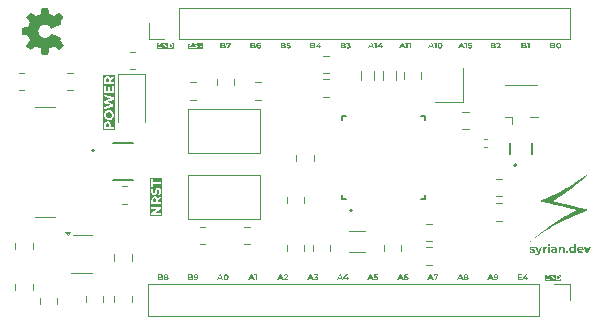
<source format=gbr>
%TF.GenerationSoftware,KiCad,Pcbnew,8.0.4*%
%TF.CreationDate,2024-08-23T17:35:39+03:00*%
%TF.ProjectId,STM32-Pill,53544d33-322d-4506-996c-6c2e6b696361,rev?*%
%TF.SameCoordinates,Original*%
%TF.FileFunction,Legend,Top*%
%TF.FilePolarity,Positive*%
%FSLAX46Y46*%
G04 Gerber Fmt 4.6, Leading zero omitted, Abs format (unit mm)*
G04 Created by KiCad (PCBNEW 8.0.4) date 2024-08-23 17:35:39*
%MOMM*%
%LPD*%
G01*
G04 APERTURE LIST*
%ADD10C,0.125000*%
%ADD11C,0.100000*%
%ADD12C,0.000000*%
%ADD13C,0.120000*%
%ADD14C,0.200000*%
%ADD15C,0.127000*%
G04 APERTURE END LIST*
D10*
G36*
X164889346Y-82715135D02*
G01*
X164914872Y-82717702D01*
X164942544Y-82723042D01*
X164966987Y-82730845D01*
X164991424Y-82743065D01*
X165000551Y-82749328D01*
X165020908Y-82768196D01*
X165035448Y-82789873D01*
X165044172Y-82814358D01*
X165047080Y-82841652D01*
X165044843Y-82866901D01*
X165037301Y-82891714D01*
X165028151Y-82908452D01*
X165012054Y-82927898D01*
X164991972Y-82943738D01*
X164981984Y-82949215D01*
X164989132Y-82951319D01*
X164995911Y-82954004D01*
X165018635Y-82966033D01*
X165037607Y-82981469D01*
X165051598Y-82998456D01*
X165063001Y-83020248D01*
X165069670Y-83045158D01*
X165071626Y-83070508D01*
X165069248Y-83096756D01*
X165062113Y-83120363D01*
X165048134Y-83144108D01*
X165030805Y-83162054D01*
X165021923Y-83168937D01*
X164997933Y-83182689D01*
X164973799Y-83191788D01*
X164946368Y-83198406D01*
X164920989Y-83202025D01*
X164893321Y-83203920D01*
X164875621Y-83204231D01*
X164622219Y-83204231D01*
X164622219Y-83118868D01*
X164734937Y-83118868D01*
X164867195Y-83118868D01*
X164892661Y-83117472D01*
X164917712Y-83112114D01*
X164933995Y-83104579D01*
X164951123Y-83085895D01*
X164956810Y-83060614D01*
X164956832Y-83058662D01*
X164951814Y-83033272D01*
X164935400Y-83013820D01*
X164933995Y-83012866D01*
X164910029Y-83002515D01*
X164885460Y-82998448D01*
X164867195Y-82997723D01*
X164734937Y-82997723D01*
X164734937Y-83118868D01*
X164622219Y-83118868D01*
X164622219Y-82915169D01*
X164734937Y-82915169D01*
X164847533Y-82915169D01*
X164873701Y-82913481D01*
X164898710Y-82907132D01*
X164910914Y-82900881D01*
X164927492Y-82882715D01*
X164932997Y-82858864D01*
X164933018Y-82857039D01*
X164927492Y-82831943D01*
X164910914Y-82814053D01*
X164887964Y-82804202D01*
X164862375Y-82800149D01*
X164847533Y-82799642D01*
X164734937Y-82799642D01*
X164734937Y-82915169D01*
X164622219Y-82915169D01*
X164622219Y-82714279D01*
X164861577Y-82714279D01*
X164889346Y-82715135D01*
G37*
G36*
X165202418Y-83204231D02*
G01*
X165202418Y-82756289D01*
X165251389Y-82805260D01*
X165104355Y-82805260D01*
X165104355Y-82714279D01*
X165315747Y-82714279D01*
X165315747Y-83204231D01*
X165202418Y-83204231D01*
G37*
G36*
X146492715Y-102815000D02*
G01*
X146711190Y-102325048D01*
X146823176Y-102325048D01*
X147042262Y-102815000D01*
X146923315Y-102815000D01*
X146744041Y-102382445D01*
X146788860Y-102382445D01*
X146608975Y-102815000D01*
X146492715Y-102815000D01*
G37*
G36*
X146602014Y-102709975D02*
G01*
X146632056Y-102623879D01*
X146884114Y-102623879D01*
X146914889Y-102709975D01*
X146602014Y-102709975D01*
G37*
G36*
X147228497Y-102823426D02*
G01*
X147202958Y-102822571D01*
X147177511Y-102820006D01*
X147152156Y-102815732D01*
X147126892Y-102809748D01*
X147102689Y-102802192D01*
X147077741Y-102791976D01*
X147055209Y-102779944D01*
X147041529Y-102770914D01*
X147085615Y-102684085D01*
X147107934Y-102698122D01*
X147130597Y-102708937D01*
X147150705Y-102716325D01*
X147176315Y-102723070D01*
X147202099Y-102727014D01*
X147225688Y-102728171D01*
X147250561Y-102726537D01*
X147275748Y-102720263D01*
X147292855Y-102711441D01*
X147310474Y-102692877D01*
X147317305Y-102668786D01*
X147317401Y-102665157D01*
X147311967Y-102640152D01*
X147295664Y-102621071D01*
X147271571Y-102610051D01*
X147245524Y-102605722D01*
X147225688Y-102604951D01*
X147173908Y-102604951D01*
X147173908Y-102530090D01*
X147310318Y-102375362D01*
X147323019Y-102416029D01*
X147066075Y-102416029D01*
X147066075Y-102325048D01*
X147409114Y-102325048D01*
X147409114Y-102398443D01*
X147273315Y-102553171D01*
X147215918Y-102520321D01*
X147248769Y-102520321D01*
X147275895Y-102521313D01*
X147300868Y-102524292D01*
X147327995Y-102530487D01*
X147352022Y-102539542D01*
X147376136Y-102553719D01*
X147385179Y-102560987D01*
X147403213Y-102579830D01*
X147416818Y-102600881D01*
X147425993Y-102624141D01*
X147430739Y-102649611D01*
X147431463Y-102665157D01*
X147429340Y-102690506D01*
X147422971Y-102714807D01*
X147412357Y-102738057D01*
X147409725Y-102742581D01*
X147393949Y-102763774D01*
X147375877Y-102780583D01*
X147354133Y-102795248D01*
X147343291Y-102801078D01*
X147319309Y-102810855D01*
X147292183Y-102817839D01*
X147265868Y-102821658D01*
X147241396Y-102823229D01*
X147228497Y-102823426D01*
G37*
G36*
X161724900Y-102815000D02*
G01*
X161943375Y-102325048D01*
X162055361Y-102325048D01*
X162274447Y-102815000D01*
X162155500Y-102815000D01*
X161976226Y-102382445D01*
X162021045Y-102382445D01*
X161841160Y-102815000D01*
X161724900Y-102815000D01*
G37*
G36*
X161834199Y-102709975D02*
G01*
X161864241Y-102623879D01*
X162116299Y-102623879D01*
X162147074Y-102709975D01*
X161834199Y-102709975D01*
G37*
G36*
X162483158Y-102317605D02*
G01*
X162510406Y-102321237D01*
X162535842Y-102327546D01*
X162559466Y-102336531D01*
X162575232Y-102344588D01*
X162598320Y-102360174D01*
X162618615Y-102378965D01*
X162634082Y-102398037D01*
X162647410Y-102419564D01*
X162650825Y-102426165D01*
X162661198Y-102450829D01*
X162669024Y-102478017D01*
X162673704Y-102503330D01*
X162676511Y-102530499D01*
X162677447Y-102559521D01*
X162676669Y-102585339D01*
X162674335Y-102609899D01*
X162669479Y-102637710D01*
X162662382Y-102663709D01*
X162653044Y-102687896D01*
X162645574Y-102703014D01*
X162632771Y-102724063D01*
X162615686Y-102746145D01*
X162596286Y-102765563D01*
X162574573Y-102782316D01*
X162557646Y-102792651D01*
X162532300Y-102804643D01*
X162509179Y-102812577D01*
X162484769Y-102818347D01*
X162459072Y-102821953D01*
X162432087Y-102823396D01*
X162427465Y-102823426D01*
X162401335Y-102822430D01*
X162375841Y-102819443D01*
X162353215Y-102815000D01*
X162327844Y-102807512D01*
X162305221Y-102797689D01*
X162291666Y-102789842D01*
X162333675Y-102706556D01*
X162356103Y-102718901D01*
X162377151Y-102725729D01*
X162402260Y-102729826D01*
X162425389Y-102730980D01*
X162451730Y-102729139D01*
X162475618Y-102723617D01*
X162499912Y-102712798D01*
X162521001Y-102697170D01*
X162525772Y-102692512D01*
X162542175Y-102670957D01*
X162552683Y-102648290D01*
X162559603Y-102622071D01*
X162562678Y-102596769D01*
X162562944Y-102588438D01*
X162561583Y-102590038D01*
X162556303Y-102594815D01*
X162535950Y-102609327D01*
X162512933Y-102620380D01*
X162505867Y-102622903D01*
X162481400Y-102628991D01*
X162456777Y-102631856D01*
X162441509Y-102632306D01*
X162415816Y-102630809D01*
X162391496Y-102626317D01*
X162366082Y-102617813D01*
X162356390Y-102613377D01*
X162334079Y-102600056D01*
X162314773Y-102583753D01*
X162298473Y-102564469D01*
X162295574Y-102560254D01*
X162283595Y-102537638D01*
X162276053Y-102512684D01*
X162273059Y-102488227D01*
X162272859Y-102479654D01*
X162273255Y-102474159D01*
X162383379Y-102474159D01*
X162387128Y-102499188D01*
X162399550Y-102521093D01*
X162406093Y-102527648D01*
X162427107Y-102540536D01*
X162450869Y-102546601D01*
X162466666Y-102547554D01*
X162491230Y-102544900D01*
X162510385Y-102538150D01*
X162531069Y-102523486D01*
X162540183Y-102511894D01*
X162549444Y-102488039D01*
X162550685Y-102474159D01*
X162546726Y-102449668D01*
X162540549Y-102436667D01*
X162523459Y-102418079D01*
X162511484Y-102410778D01*
X162487562Y-102403075D01*
X162465322Y-102401252D01*
X162439717Y-102404034D01*
X162422580Y-102410045D01*
X162402011Y-102424899D01*
X162393881Y-102435324D01*
X162384856Y-102458165D01*
X162383379Y-102474159D01*
X162273255Y-102474159D01*
X162274820Y-102452454D01*
X162280703Y-102427456D01*
X162290508Y-102404660D01*
X162297650Y-102392948D01*
X162313035Y-102373781D01*
X162331163Y-102357223D01*
X162352035Y-102343273D01*
X162364816Y-102336650D01*
X162389349Y-102326968D01*
X162415272Y-102320455D01*
X162442586Y-102317111D01*
X162458361Y-102316622D01*
X162483158Y-102317605D01*
G37*
G36*
X143957111Y-102815000D02*
G01*
X144175586Y-102325048D01*
X144287572Y-102325048D01*
X144506658Y-102815000D01*
X144387711Y-102815000D01*
X144208437Y-102382445D01*
X144253256Y-102382445D01*
X144073371Y-102815000D01*
X143957111Y-102815000D01*
G37*
G36*
X144066410Y-102709975D02*
G01*
X144096452Y-102623879D01*
X144348510Y-102623879D01*
X144379285Y-102709975D01*
X144066410Y-102709975D01*
G37*
G36*
X144522411Y-102815000D02*
G01*
X144522411Y-102741482D01*
X144711455Y-102562941D01*
X144729804Y-102544875D01*
X144744306Y-102526671D01*
X144755933Y-102504949D01*
X144758594Y-102497240D01*
X144762502Y-102472693D01*
X144758128Y-102448107D01*
X144742596Y-102427508D01*
X144719829Y-102416201D01*
X144695703Y-102412139D01*
X144684100Y-102411755D01*
X144658037Y-102414045D01*
X144633704Y-102420917D01*
X144627069Y-102423722D01*
X144605638Y-102436659D01*
X144587292Y-102454737D01*
X144582617Y-102460847D01*
X144500063Y-102407602D01*
X144515443Y-102387697D01*
X144533616Y-102369989D01*
X144554583Y-102354480D01*
X144578343Y-102341168D01*
X144601145Y-102331604D01*
X144625420Y-102324389D01*
X144651167Y-102319522D01*
X144678387Y-102317006D01*
X144694602Y-102316622D01*
X144721042Y-102317736D01*
X144745771Y-102321079D01*
X144771549Y-102327504D01*
X144790101Y-102334452D01*
X144813958Y-102347003D01*
X144834237Y-102362368D01*
X144850938Y-102380548D01*
X144853849Y-102384521D01*
X144865892Y-102405835D01*
X144873474Y-102429630D01*
X144876596Y-102455905D01*
X144876686Y-102461458D01*
X144874997Y-102486657D01*
X144870702Y-102508719D01*
X144861756Y-102532777D01*
X144849070Y-102554829D01*
X144846888Y-102558056D01*
X144831197Y-102578366D01*
X144814580Y-102596656D01*
X144796871Y-102614177D01*
X144794742Y-102616186D01*
X144637938Y-102763953D01*
X144616201Y-102722554D01*
X144892683Y-102722554D01*
X144892683Y-102815000D01*
X144522411Y-102815000D01*
G37*
G36*
X156714745Y-83204231D02*
G01*
X156933220Y-82714279D01*
X157045206Y-82714279D01*
X157264292Y-83204231D01*
X157145345Y-83204231D01*
X156966071Y-82771676D01*
X157010890Y-82771676D01*
X156831005Y-83204231D01*
X156714745Y-83204231D01*
G37*
G36*
X156824044Y-83099206D02*
G01*
X156854086Y-83013110D01*
X157106144Y-83013110D01*
X157136919Y-83099206D01*
X156824044Y-83099206D01*
G37*
G36*
X157330115Y-83204231D02*
G01*
X157330115Y-82756289D01*
X157379086Y-82805260D01*
X157232052Y-82805260D01*
X157232052Y-82714279D01*
X157443444Y-82714279D01*
X157443444Y-83204231D01*
X157330115Y-83204231D01*
G37*
G36*
X157764495Y-82707279D02*
G01*
X157789192Y-82711556D01*
X157812581Y-82718686D01*
X157837707Y-82730325D01*
X157846689Y-82735651D01*
X157869067Y-82752183D01*
X157886595Y-82769428D01*
X157902206Y-82789269D01*
X157915901Y-82811703D01*
X157921183Y-82822113D01*
X157931842Y-82848043D01*
X157938894Y-82872083D01*
X157944023Y-82897797D01*
X157947229Y-82925185D01*
X157948511Y-82954248D01*
X157948538Y-82959255D01*
X157947870Y-82983826D01*
X157945306Y-83011784D01*
X157940818Y-83038076D01*
X157934406Y-83062703D01*
X157926071Y-83085664D01*
X157921183Y-83096519D01*
X157908310Y-83120024D01*
X157893520Y-83140958D01*
X157876814Y-83159321D01*
X157855374Y-83177158D01*
X157846689Y-83182981D01*
X157822203Y-83195964D01*
X157796008Y-83205238D01*
X157771685Y-83210309D01*
X157746053Y-83212541D01*
X157738489Y-83212657D01*
X157712751Y-83211237D01*
X157688217Y-83206977D01*
X157661651Y-83198631D01*
X157636658Y-83186575D01*
X157630656Y-83182981D01*
X157610837Y-83168659D01*
X157592946Y-83151766D01*
X157576983Y-83132301D01*
X157562949Y-83110266D01*
X157555795Y-83096519D01*
X157545184Y-83070542D01*
X157538163Y-83046470D01*
X157533057Y-83020733D01*
X157529865Y-82993330D01*
X157528589Y-82964262D01*
X157528562Y-82959255D01*
X157643356Y-82959255D01*
X157644120Y-82985648D01*
X157646803Y-83012312D01*
X157652050Y-83038177D01*
X157655569Y-83049625D01*
X157666016Y-83073175D01*
X157681460Y-83093965D01*
X157689152Y-83100672D01*
X157712172Y-83112762D01*
X157736748Y-83116776D01*
X157738489Y-83116792D01*
X157763784Y-83113250D01*
X157785859Y-83102624D01*
X157788559Y-83100672D01*
X157805506Y-83082967D01*
X157818102Y-83060080D01*
X157822142Y-83049625D01*
X157828582Y-83025740D01*
X157832339Y-83000858D01*
X157834056Y-82976048D01*
X157834354Y-82959255D01*
X157833591Y-82932869D01*
X157830908Y-82906232D01*
X157825660Y-82880420D01*
X157822142Y-82869007D01*
X157811695Y-82845382D01*
X157796251Y-82824549D01*
X157788559Y-82817838D01*
X157766913Y-82806268D01*
X157742048Y-82801781D01*
X157738489Y-82801718D01*
X157713720Y-82805260D01*
X157690494Y-82816847D01*
X157689152Y-82817838D01*
X157672205Y-82835566D01*
X157659609Y-82858517D01*
X157655569Y-82869007D01*
X157649129Y-82892828D01*
X157645372Y-82917672D01*
X157643655Y-82942465D01*
X157643356Y-82959255D01*
X157528562Y-82959255D01*
X157529227Y-82934687D01*
X157531780Y-82906740D01*
X157536248Y-82880468D01*
X157542631Y-82855870D01*
X157552498Y-82829289D01*
X157555795Y-82822113D01*
X157568728Y-82798566D01*
X157583588Y-82777614D01*
X157600377Y-82759256D01*
X157619094Y-82743493D01*
X157630656Y-82735651D01*
X157655256Y-82722614D01*
X157681428Y-82713302D01*
X157705618Y-82708210D01*
X157731012Y-82705969D01*
X157738489Y-82705853D01*
X157764495Y-82707279D01*
G37*
G36*
X151575401Y-102815000D02*
G01*
X151793876Y-102325048D01*
X151905862Y-102325048D01*
X152124948Y-102815000D01*
X152006001Y-102815000D01*
X151826727Y-102382445D01*
X151871546Y-102382445D01*
X151691661Y-102815000D01*
X151575401Y-102815000D01*
G37*
G36*
X151684700Y-102709975D02*
G01*
X151714742Y-102623879D01*
X151966800Y-102623879D01*
X151997575Y-102709975D01*
X151684700Y-102709975D01*
G37*
G36*
X152311549Y-102823426D02*
G01*
X152286033Y-102822571D01*
X152260655Y-102820006D01*
X152235414Y-102815732D01*
X152210310Y-102809748D01*
X152186222Y-102802192D01*
X152161239Y-102791976D01*
X152138497Y-102779944D01*
X152124581Y-102770914D01*
X152169400Y-102684085D01*
X152191611Y-102698122D01*
X152214143Y-102708937D01*
X152234124Y-102716325D01*
X152259526Y-102723070D01*
X152285187Y-102727014D01*
X152308740Y-102728171D01*
X152333613Y-102726537D01*
X152358801Y-102720263D01*
X152375907Y-102711441D01*
X152393526Y-102692743D01*
X152400358Y-102668250D01*
X152400454Y-102664546D01*
X152395778Y-102640539D01*
X152390562Y-102630963D01*
X152371217Y-102614619D01*
X152355879Y-102608492D01*
X152330354Y-102603233D01*
X152304920Y-102601167D01*
X152286270Y-102600799D01*
X152160973Y-102600799D01*
X152186253Y-102325048D01*
X152485084Y-102325048D01*
X152485084Y-102416029D01*
X152226797Y-102416029D01*
X152285659Y-102364249D01*
X152268074Y-102560865D01*
X152209333Y-102509085D01*
X152312892Y-102509085D01*
X152339191Y-102509789D01*
X152367354Y-102512391D01*
X152392806Y-102516909D01*
X152418573Y-102524419D01*
X152430129Y-102529113D01*
X152453221Y-102541450D01*
X152474392Y-102557832D01*
X152490840Y-102577028D01*
X152494853Y-102583335D01*
X152505608Y-102605665D01*
X152512380Y-102629760D01*
X152515168Y-102655621D01*
X152515248Y-102661004D01*
X152513125Y-102687456D01*
X152506756Y-102712620D01*
X152496142Y-102736495D01*
X152493510Y-102741116D01*
X152477634Y-102762731D01*
X152459431Y-102779859D01*
X152437517Y-102794785D01*
X152426588Y-102800711D01*
X152402499Y-102810649D01*
X152378867Y-102817015D01*
X152352851Y-102821208D01*
X152324451Y-102823226D01*
X152311549Y-102823426D01*
G37*
G36*
X149579248Y-82715135D02*
G01*
X149604774Y-82717702D01*
X149632446Y-82723042D01*
X149656889Y-82730845D01*
X149681326Y-82743065D01*
X149690453Y-82749328D01*
X149710810Y-82768196D01*
X149725350Y-82789873D01*
X149734074Y-82814358D01*
X149736982Y-82841652D01*
X149734745Y-82866901D01*
X149727203Y-82891714D01*
X149718053Y-82908452D01*
X149701956Y-82927898D01*
X149681874Y-82943738D01*
X149671886Y-82949215D01*
X149679034Y-82951319D01*
X149685813Y-82954004D01*
X149708537Y-82966033D01*
X149727509Y-82981469D01*
X149741500Y-82998456D01*
X149752903Y-83020248D01*
X149759572Y-83045158D01*
X149761528Y-83070508D01*
X149759150Y-83096756D01*
X149752015Y-83120363D01*
X149738036Y-83144108D01*
X149720707Y-83162054D01*
X149711825Y-83168937D01*
X149687835Y-83182689D01*
X149663701Y-83191788D01*
X149636270Y-83198406D01*
X149610891Y-83202025D01*
X149583223Y-83203920D01*
X149565523Y-83204231D01*
X149312121Y-83204231D01*
X149312121Y-83118868D01*
X149424839Y-83118868D01*
X149557097Y-83118868D01*
X149582563Y-83117472D01*
X149607614Y-83112114D01*
X149623897Y-83104579D01*
X149641025Y-83085895D01*
X149646712Y-83060614D01*
X149646734Y-83058662D01*
X149641716Y-83033272D01*
X149625302Y-83013820D01*
X149623897Y-83012866D01*
X149599931Y-83002515D01*
X149575362Y-82998448D01*
X149557097Y-82997723D01*
X149424839Y-82997723D01*
X149424839Y-83118868D01*
X149312121Y-83118868D01*
X149312121Y-82915169D01*
X149424839Y-82915169D01*
X149537435Y-82915169D01*
X149563603Y-82913481D01*
X149588612Y-82907132D01*
X149600816Y-82900881D01*
X149617394Y-82882715D01*
X149622899Y-82858864D01*
X149622920Y-82857039D01*
X149617394Y-82831943D01*
X149600816Y-82814053D01*
X149577866Y-82804202D01*
X149552277Y-82800149D01*
X149537435Y-82799642D01*
X149424839Y-82799642D01*
X149424839Y-82915169D01*
X149312121Y-82915169D01*
X149312121Y-82714279D01*
X149551479Y-82714279D01*
X149579248Y-82715135D01*
G37*
G36*
X149975607Y-83212657D02*
G01*
X149950068Y-83211802D01*
X149924621Y-83209237D01*
X149899266Y-83204963D01*
X149874002Y-83198979D01*
X149849799Y-83191423D01*
X149824852Y-83181207D01*
X149802319Y-83169175D01*
X149788639Y-83160145D01*
X149832725Y-83073316D01*
X149855045Y-83087353D01*
X149877707Y-83098168D01*
X149897816Y-83105556D01*
X149923426Y-83112301D01*
X149949209Y-83116245D01*
X149972798Y-83117402D01*
X149997671Y-83115768D01*
X150022858Y-83109494D01*
X150039965Y-83100672D01*
X150057584Y-83082108D01*
X150064416Y-83058017D01*
X150064511Y-83054388D01*
X150059077Y-83029383D01*
X150042774Y-83010302D01*
X150018681Y-82999282D01*
X149992634Y-82994953D01*
X149972798Y-82994182D01*
X149921019Y-82994182D01*
X149921019Y-82919321D01*
X150057428Y-82764593D01*
X150070129Y-82805260D01*
X149813185Y-82805260D01*
X149813185Y-82714279D01*
X150156225Y-82714279D01*
X150156225Y-82787674D01*
X150020426Y-82942402D01*
X149963028Y-82909552D01*
X149995879Y-82909552D01*
X150023005Y-82910544D01*
X150047979Y-82913523D01*
X150075105Y-82919718D01*
X150099132Y-82928773D01*
X150123246Y-82942950D01*
X150132289Y-82950218D01*
X150150323Y-82969061D01*
X150163928Y-82990112D01*
X150173104Y-83013372D01*
X150177850Y-83038842D01*
X150178573Y-83054388D01*
X150176450Y-83079737D01*
X150170082Y-83104038D01*
X150159467Y-83127288D01*
X150156835Y-83131812D01*
X150141060Y-83153005D01*
X150122987Y-83169814D01*
X150101243Y-83184479D01*
X150090401Y-83190309D01*
X150066420Y-83200086D01*
X150039293Y-83207070D01*
X150012978Y-83210889D01*
X149988506Y-83212460D01*
X149975607Y-83212657D01*
G37*
G36*
X136652598Y-102325904D02*
G01*
X136678124Y-102328471D01*
X136705796Y-102333811D01*
X136730239Y-102341614D01*
X136754676Y-102353834D01*
X136763803Y-102360097D01*
X136784160Y-102378965D01*
X136798700Y-102400642D01*
X136807424Y-102425127D01*
X136810332Y-102452421D01*
X136808095Y-102477670D01*
X136800553Y-102502483D01*
X136791403Y-102519221D01*
X136775306Y-102538667D01*
X136755224Y-102554507D01*
X136745236Y-102559984D01*
X136752384Y-102562088D01*
X136759163Y-102564773D01*
X136781887Y-102576802D01*
X136800859Y-102592238D01*
X136814850Y-102609225D01*
X136826253Y-102631017D01*
X136832922Y-102655927D01*
X136834878Y-102681277D01*
X136832500Y-102707525D01*
X136825365Y-102731132D01*
X136811386Y-102754877D01*
X136794057Y-102772823D01*
X136785175Y-102779706D01*
X136761185Y-102793458D01*
X136737051Y-102802557D01*
X136709620Y-102809175D01*
X136684241Y-102812794D01*
X136656573Y-102814689D01*
X136638873Y-102815000D01*
X136385471Y-102815000D01*
X136385471Y-102729637D01*
X136498189Y-102729637D01*
X136630447Y-102729637D01*
X136655913Y-102728241D01*
X136680964Y-102722883D01*
X136697247Y-102715348D01*
X136714375Y-102696664D01*
X136720062Y-102671383D01*
X136720084Y-102669431D01*
X136715066Y-102644041D01*
X136698652Y-102624589D01*
X136697247Y-102623635D01*
X136673281Y-102613284D01*
X136648712Y-102609217D01*
X136630447Y-102608492D01*
X136498189Y-102608492D01*
X136498189Y-102729637D01*
X136385471Y-102729637D01*
X136385471Y-102525938D01*
X136498189Y-102525938D01*
X136610785Y-102525938D01*
X136636953Y-102524250D01*
X136661962Y-102517901D01*
X136674166Y-102511650D01*
X136690744Y-102493484D01*
X136696249Y-102469633D01*
X136696270Y-102467808D01*
X136690744Y-102442712D01*
X136674166Y-102424822D01*
X136651216Y-102414971D01*
X136625627Y-102410918D01*
X136610785Y-102410411D01*
X136498189Y-102410411D01*
X136498189Y-102525938D01*
X136385471Y-102525938D01*
X136385471Y-102325048D01*
X136624829Y-102325048D01*
X136652598Y-102325904D01*
G37*
G36*
X137087065Y-102317605D02*
G01*
X137114313Y-102321237D01*
X137139749Y-102327546D01*
X137163373Y-102336531D01*
X137179138Y-102344588D01*
X137202227Y-102360174D01*
X137222522Y-102378965D01*
X137237989Y-102398037D01*
X137251316Y-102419564D01*
X137254732Y-102426165D01*
X137265105Y-102450829D01*
X137272931Y-102478017D01*
X137277610Y-102503330D01*
X137280418Y-102530499D01*
X137281354Y-102559521D01*
X137280576Y-102585339D01*
X137278241Y-102609899D01*
X137273386Y-102637710D01*
X137266289Y-102663709D01*
X137256951Y-102687896D01*
X137249480Y-102703014D01*
X137236678Y-102724063D01*
X137219592Y-102746145D01*
X137200193Y-102765563D01*
X137178479Y-102782316D01*
X137161553Y-102792651D01*
X137136206Y-102804643D01*
X137113085Y-102812577D01*
X137088676Y-102818347D01*
X137062979Y-102821953D01*
X137035994Y-102823396D01*
X137031372Y-102823426D01*
X137005242Y-102822430D01*
X136979748Y-102819443D01*
X136957122Y-102815000D01*
X136931751Y-102807512D01*
X136909128Y-102797689D01*
X136895572Y-102789842D01*
X136937582Y-102706556D01*
X136960009Y-102718901D01*
X136981057Y-102725729D01*
X137006167Y-102729826D01*
X137029295Y-102730980D01*
X137055637Y-102729139D01*
X137079525Y-102723617D01*
X137103819Y-102712798D01*
X137124908Y-102697170D01*
X137129679Y-102692512D01*
X137146082Y-102670957D01*
X137156589Y-102648290D01*
X137163509Y-102622071D01*
X137166585Y-102596769D01*
X137166851Y-102588437D01*
X137165489Y-102590038D01*
X137160210Y-102594815D01*
X137139857Y-102609327D01*
X137116839Y-102620380D01*
X137109773Y-102622903D01*
X137085307Y-102628991D01*
X137060683Y-102631856D01*
X137045415Y-102632306D01*
X137019723Y-102630809D01*
X136995402Y-102626317D01*
X136969988Y-102617813D01*
X136960297Y-102613377D01*
X136937986Y-102600056D01*
X136918680Y-102583753D01*
X136902380Y-102564469D01*
X136899480Y-102560254D01*
X136887502Y-102537638D01*
X136879960Y-102512684D01*
X136876965Y-102488227D01*
X136876766Y-102479654D01*
X136877162Y-102474159D01*
X136987286Y-102474159D01*
X136991034Y-102499188D01*
X137003457Y-102521093D01*
X137010000Y-102527648D01*
X137031014Y-102540536D01*
X137054776Y-102546601D01*
X137070572Y-102547554D01*
X137095137Y-102544900D01*
X137114292Y-102538150D01*
X137134976Y-102523486D01*
X137144090Y-102511894D01*
X137153351Y-102488039D01*
X137154592Y-102474159D01*
X137150633Y-102449668D01*
X137144456Y-102436667D01*
X137127366Y-102418079D01*
X137115391Y-102410778D01*
X137091469Y-102403075D01*
X137069229Y-102401252D01*
X137043624Y-102404034D01*
X137026487Y-102410045D01*
X137005918Y-102424899D01*
X136997788Y-102435324D01*
X136988763Y-102458165D01*
X136987286Y-102474159D01*
X136877162Y-102474159D01*
X136878727Y-102452454D01*
X136884610Y-102427456D01*
X136894415Y-102404660D01*
X136901556Y-102392948D01*
X136916942Y-102373781D01*
X136935070Y-102357223D01*
X136955942Y-102343273D01*
X136968723Y-102336650D01*
X136993255Y-102326968D01*
X137019178Y-102320455D01*
X137046493Y-102317111D01*
X137062268Y-102316622D01*
X137087065Y-102317605D01*
G37*
G36*
X156663950Y-102815000D02*
G01*
X156882425Y-102325048D01*
X156994411Y-102325048D01*
X157213497Y-102815000D01*
X157094550Y-102815000D01*
X156915276Y-102382445D01*
X156960095Y-102382445D01*
X156780210Y-102815000D01*
X156663950Y-102815000D01*
G37*
G36*
X156773249Y-102709975D02*
G01*
X156803291Y-102623879D01*
X157055349Y-102623879D01*
X157086124Y-102709975D01*
X156773249Y-102709975D01*
G37*
G36*
X157277244Y-102815000D02*
G01*
X157474592Y-102368401D01*
X157504023Y-102417372D01*
X157240119Y-102417372D01*
X157290433Y-102364249D01*
X157290433Y-102497240D01*
X157189683Y-102497240D01*
X157189683Y-102325048D01*
X157582425Y-102325048D01*
X157582425Y-102398443D01*
X157400342Y-102815000D01*
X157277244Y-102815000D01*
G37*
G36*
X164450279Y-102522397D02*
G01*
X164686218Y-102522397D01*
X164686218Y-102610568D01*
X164450279Y-102610568D01*
X164450279Y-102522397D01*
G37*
G36*
X164458705Y-102724019D02*
G01*
X164725296Y-102724019D01*
X164725296Y-102815000D01*
X164345987Y-102815000D01*
X164345987Y-102325048D01*
X164716259Y-102325048D01*
X164716259Y-102416029D01*
X164458705Y-102416029D01*
X164458705Y-102724019D01*
G37*
G36*
X164767306Y-102712051D02*
G01*
X164767306Y-102635847D01*
X164998238Y-102325048D01*
X165117306Y-102325048D01*
X164891137Y-102635847D01*
X164835816Y-102619727D01*
X165221598Y-102619727D01*
X165221598Y-102712051D01*
X164767306Y-102712051D01*
G37*
G36*
X165031211Y-102815000D02*
G01*
X165031211Y-102712051D01*
X165034630Y-102619727D01*
X165034630Y-102528014D01*
X165141730Y-102528014D01*
X165141730Y-102815000D01*
X165031211Y-102815000D01*
G37*
G36*
X139409478Y-82715135D02*
G01*
X139435004Y-82717702D01*
X139462676Y-82723042D01*
X139487119Y-82730845D01*
X139511556Y-82743065D01*
X139520683Y-82749328D01*
X139541040Y-82768196D01*
X139555580Y-82789873D01*
X139564304Y-82814358D01*
X139567212Y-82841652D01*
X139564975Y-82866901D01*
X139557433Y-82891714D01*
X139548283Y-82908452D01*
X139532186Y-82927898D01*
X139512104Y-82943738D01*
X139502116Y-82949215D01*
X139509264Y-82951319D01*
X139516043Y-82954004D01*
X139538767Y-82966033D01*
X139557739Y-82981469D01*
X139571730Y-82998456D01*
X139583133Y-83020248D01*
X139589802Y-83045158D01*
X139591758Y-83070508D01*
X139589380Y-83096756D01*
X139582245Y-83120363D01*
X139568266Y-83144108D01*
X139550937Y-83162054D01*
X139542055Y-83168937D01*
X139518065Y-83182689D01*
X139493931Y-83191788D01*
X139466500Y-83198406D01*
X139441121Y-83202025D01*
X139413453Y-83203920D01*
X139395753Y-83204231D01*
X139142351Y-83204231D01*
X139142351Y-83118868D01*
X139255069Y-83118868D01*
X139387327Y-83118868D01*
X139412793Y-83117472D01*
X139437844Y-83112114D01*
X139454127Y-83104579D01*
X139471255Y-83085895D01*
X139476942Y-83060614D01*
X139476964Y-83058662D01*
X139471946Y-83033272D01*
X139455532Y-83013820D01*
X139454127Y-83012866D01*
X139430161Y-83002515D01*
X139405592Y-82998448D01*
X139387327Y-82997723D01*
X139255069Y-82997723D01*
X139255069Y-83118868D01*
X139142351Y-83118868D01*
X139142351Y-82915169D01*
X139255069Y-82915169D01*
X139367665Y-82915169D01*
X139393833Y-82913481D01*
X139418842Y-82907132D01*
X139431046Y-82900881D01*
X139447624Y-82882715D01*
X139453129Y-82858864D01*
X139453150Y-82857039D01*
X139447624Y-82831943D01*
X139431046Y-82814053D01*
X139408096Y-82804202D01*
X139382507Y-82800149D01*
X139367665Y-82799642D01*
X139255069Y-82799642D01*
X139255069Y-82915169D01*
X139142351Y-82915169D01*
X139142351Y-82714279D01*
X139381709Y-82714279D01*
X139409478Y-82715135D01*
G37*
G36*
X139725359Y-83204231D02*
G01*
X139922707Y-82757632D01*
X139952138Y-82806603D01*
X139688234Y-82806603D01*
X139738548Y-82753480D01*
X139738548Y-82886471D01*
X139637798Y-82886471D01*
X139637798Y-82714279D01*
X140030540Y-82714279D01*
X140030540Y-82787674D01*
X139848457Y-83204231D01*
X139725359Y-83204231D01*
G37*
G36*
X134104538Y-102325904D02*
G01*
X134130064Y-102328471D01*
X134157736Y-102333811D01*
X134182179Y-102341614D01*
X134206616Y-102353834D01*
X134215743Y-102360097D01*
X134236100Y-102378965D01*
X134250640Y-102400642D01*
X134259364Y-102425127D01*
X134262272Y-102452421D01*
X134260035Y-102477670D01*
X134252493Y-102502483D01*
X134243343Y-102519221D01*
X134227246Y-102538667D01*
X134207164Y-102554507D01*
X134197176Y-102559984D01*
X134204324Y-102562088D01*
X134211103Y-102564773D01*
X134233827Y-102576802D01*
X134252799Y-102592238D01*
X134266790Y-102609225D01*
X134278193Y-102631017D01*
X134284862Y-102655927D01*
X134286818Y-102681277D01*
X134284440Y-102707525D01*
X134277305Y-102731132D01*
X134263326Y-102754877D01*
X134245997Y-102772823D01*
X134237115Y-102779706D01*
X134213125Y-102793458D01*
X134188991Y-102802557D01*
X134161560Y-102809175D01*
X134136181Y-102812794D01*
X134108513Y-102814689D01*
X134090813Y-102815000D01*
X133837411Y-102815000D01*
X133837411Y-102729637D01*
X133950129Y-102729637D01*
X134082387Y-102729637D01*
X134107853Y-102728241D01*
X134132904Y-102722883D01*
X134149187Y-102715348D01*
X134166315Y-102696664D01*
X134172002Y-102671383D01*
X134172024Y-102669431D01*
X134167006Y-102644041D01*
X134150592Y-102624589D01*
X134149187Y-102623635D01*
X134125221Y-102613284D01*
X134100652Y-102609217D01*
X134082387Y-102608492D01*
X133950129Y-102608492D01*
X133950129Y-102729637D01*
X133837411Y-102729637D01*
X133837411Y-102525938D01*
X133950129Y-102525938D01*
X134062725Y-102525938D01*
X134088893Y-102524250D01*
X134113902Y-102517901D01*
X134126106Y-102511650D01*
X134142684Y-102493484D01*
X134148189Y-102469633D01*
X134148210Y-102467808D01*
X134142684Y-102442712D01*
X134126106Y-102424822D01*
X134103156Y-102414971D01*
X134077567Y-102410918D01*
X134062725Y-102410411D01*
X133950129Y-102410411D01*
X133950129Y-102525938D01*
X133837411Y-102525938D01*
X133837411Y-102325048D01*
X134076769Y-102325048D01*
X134104538Y-102325904D01*
G37*
G36*
X134572422Y-102317698D02*
G01*
X134598075Y-102320927D01*
X134621942Y-102326308D01*
X134644023Y-102333841D01*
X134666411Y-102344569D01*
X134687887Y-102359095D01*
X134705785Y-102376364D01*
X134710457Y-102382079D01*
X134724224Y-102404932D01*
X134731780Y-102428211D01*
X134734614Y-102453875D01*
X134734637Y-102456573D01*
X134732348Y-102481250D01*
X134724539Y-102505805D01*
X134711190Y-102527648D01*
X134692790Y-102546431D01*
X134677302Y-102557003D01*
X134679036Y-102557741D01*
X134700224Y-102570626D01*
X134719868Y-102587821D01*
X134726577Y-102595547D01*
X134740037Y-102616792D01*
X134748512Y-102640685D01*
X134752001Y-102667224D01*
X134752101Y-102672850D01*
X134750053Y-102697555D01*
X134742974Y-102722852D01*
X134730838Y-102745884D01*
X134726211Y-102752351D01*
X134708014Y-102772067D01*
X134688191Y-102787242D01*
X134665103Y-102799982D01*
X134653793Y-102804863D01*
X134629544Y-102812984D01*
X134603326Y-102818785D01*
X134578770Y-102821958D01*
X134552707Y-102823353D01*
X134544983Y-102823426D01*
X134518744Y-102822538D01*
X134493989Y-102819873D01*
X134467515Y-102814652D01*
X134442980Y-102807111D01*
X134437150Y-102804863D01*
X134412787Y-102793205D01*
X134391632Y-102779112D01*
X134371887Y-102760598D01*
X134365098Y-102752351D01*
X134351445Y-102730000D01*
X134342849Y-102705382D01*
X134339309Y-102678499D01*
X134339208Y-102672850D01*
X134339490Y-102669431D01*
X134454002Y-102669431D01*
X134458033Y-102693824D01*
X134471390Y-102714955D01*
X134478427Y-102721210D01*
X134501253Y-102733466D01*
X134525069Y-102738956D01*
X134544983Y-102740139D01*
X134569879Y-102738291D01*
X134595159Y-102731192D01*
X134612394Y-102721210D01*
X134629424Y-102701983D01*
X134636917Y-102677426D01*
X134637307Y-102669431D01*
X134633195Y-102645039D01*
X134619571Y-102624135D01*
X134612394Y-102618018D01*
X134589309Y-102605999D01*
X134565179Y-102600615D01*
X134544983Y-102599455D01*
X134520432Y-102601268D01*
X134495474Y-102608229D01*
X134478427Y-102618018D01*
X134461730Y-102636935D01*
X134454384Y-102661415D01*
X134454002Y-102669431D01*
X134339490Y-102669431D01*
X134341227Y-102648369D01*
X134348206Y-102623682D01*
X134360170Y-102601643D01*
X134364732Y-102595547D01*
X134382699Y-102577141D01*
X134404698Y-102561764D01*
X134414246Y-102557142D01*
X134400366Y-102547970D01*
X134381603Y-102529496D01*
X134380119Y-102527648D01*
X134366770Y-102505805D01*
X134358961Y-102481250D01*
X134357125Y-102461458D01*
X134469390Y-102461458D01*
X134474458Y-102486554D01*
X134489662Y-102505666D01*
X134511914Y-102517149D01*
X134536451Y-102521414D01*
X134544983Y-102521664D01*
X134569615Y-102519414D01*
X134593013Y-102511103D01*
X134601281Y-102505666D01*
X134616760Y-102486554D01*
X134621919Y-102461458D01*
X134617223Y-102436879D01*
X134601863Y-102417049D01*
X134600548Y-102416029D01*
X134577756Y-102404458D01*
X134553358Y-102400161D01*
X134544983Y-102399909D01*
X134519772Y-102402569D01*
X134495842Y-102412251D01*
X134490395Y-102416029D01*
X134474641Y-102435446D01*
X134469410Y-102459639D01*
X134469390Y-102461458D01*
X134357125Y-102461458D01*
X134356672Y-102456573D01*
X134358997Y-102430670D01*
X134365974Y-102407152D01*
X134379020Y-102384037D01*
X134380485Y-102382079D01*
X134397205Y-102363987D01*
X134417599Y-102348639D01*
X134441665Y-102336033D01*
X134446919Y-102333841D01*
X134471957Y-102325517D01*
X134495883Y-102320405D01*
X134521382Y-102317446D01*
X134544983Y-102316622D01*
X134572422Y-102317698D01*
G37*
G36*
X151631327Y-83204231D02*
G01*
X151849802Y-82714279D01*
X151961788Y-82714279D01*
X152180874Y-83204231D01*
X152061927Y-83204231D01*
X151882653Y-82771676D01*
X151927472Y-82771676D01*
X151747587Y-83204231D01*
X151631327Y-83204231D01*
G37*
G36*
X151740626Y-83099206D02*
G01*
X151770668Y-83013110D01*
X152022726Y-83013110D01*
X152053501Y-83099206D01*
X151740626Y-83099206D01*
G37*
G36*
X152246697Y-83204231D02*
G01*
X152246697Y-82756289D01*
X152295668Y-82805260D01*
X152148634Y-82805260D01*
X152148634Y-82714279D01*
X152360026Y-82714279D01*
X152360026Y-83204231D01*
X152246697Y-83204231D01*
G37*
G36*
X152439527Y-83101282D02*
G01*
X152439527Y-83025078D01*
X152670458Y-82714279D01*
X152789527Y-82714279D01*
X152563358Y-83025078D01*
X152508037Y-83008958D01*
X152893818Y-83008958D01*
X152893818Y-83101282D01*
X152439527Y-83101282D01*
G37*
G36*
X152703431Y-83204231D02*
G01*
X152703431Y-83101282D01*
X152706851Y-83008958D01*
X152706851Y-82917245D01*
X152813951Y-82917245D01*
X152813951Y-83204231D01*
X152703431Y-83204231D01*
G37*
G36*
X144498271Y-82715135D02*
G01*
X144523797Y-82717702D01*
X144551469Y-82723042D01*
X144575912Y-82730845D01*
X144600349Y-82743065D01*
X144609476Y-82749328D01*
X144629833Y-82768196D01*
X144644373Y-82789873D01*
X144653097Y-82814358D01*
X144656005Y-82841652D01*
X144653768Y-82866901D01*
X144646226Y-82891714D01*
X144637076Y-82908452D01*
X144620979Y-82927898D01*
X144600897Y-82943738D01*
X144590909Y-82949215D01*
X144598057Y-82951319D01*
X144604836Y-82954004D01*
X144627560Y-82966033D01*
X144646532Y-82981469D01*
X144660523Y-82998456D01*
X144671926Y-83020248D01*
X144678595Y-83045158D01*
X144680551Y-83070508D01*
X144678173Y-83096756D01*
X144671038Y-83120363D01*
X144657059Y-83144108D01*
X144639730Y-83162054D01*
X144630848Y-83168937D01*
X144606858Y-83182689D01*
X144582724Y-83191788D01*
X144555293Y-83198406D01*
X144529914Y-83202025D01*
X144502246Y-83203920D01*
X144484546Y-83204231D01*
X144231144Y-83204231D01*
X144231144Y-83118868D01*
X144343862Y-83118868D01*
X144476120Y-83118868D01*
X144501586Y-83117472D01*
X144526637Y-83112114D01*
X144542920Y-83104579D01*
X144560048Y-83085895D01*
X144565735Y-83060614D01*
X144565757Y-83058662D01*
X144560739Y-83033272D01*
X144544325Y-83013820D01*
X144542920Y-83012866D01*
X144518954Y-83002515D01*
X144494385Y-82998448D01*
X144476120Y-82997723D01*
X144343862Y-82997723D01*
X144343862Y-83118868D01*
X144231144Y-83118868D01*
X144231144Y-82915169D01*
X144343862Y-82915169D01*
X144456458Y-82915169D01*
X144482626Y-82913481D01*
X144507635Y-82907132D01*
X144519839Y-82900881D01*
X144536417Y-82882715D01*
X144541922Y-82858864D01*
X144541943Y-82857039D01*
X144536417Y-82831943D01*
X144519839Y-82814053D01*
X144496889Y-82804202D01*
X144471300Y-82800149D01*
X144456458Y-82799642D01*
X144343862Y-82799642D01*
X144343862Y-82915169D01*
X144231144Y-82915169D01*
X144231144Y-82714279D01*
X144470502Y-82714279D01*
X144498271Y-82715135D01*
G37*
G36*
X144902324Y-83212657D02*
G01*
X144876808Y-83211802D01*
X144851430Y-83209237D01*
X144826189Y-83204963D01*
X144801085Y-83198979D01*
X144776997Y-83191423D01*
X144752014Y-83181207D01*
X144729272Y-83169175D01*
X144715356Y-83160145D01*
X144760174Y-83073316D01*
X144782385Y-83087353D01*
X144804917Y-83098168D01*
X144824899Y-83105556D01*
X144850300Y-83112301D01*
X144875961Y-83116245D01*
X144899515Y-83117402D01*
X144924388Y-83115768D01*
X144949575Y-83109494D01*
X144966682Y-83100672D01*
X144984300Y-83081974D01*
X144991132Y-83057481D01*
X144991228Y-83053777D01*
X144986553Y-83029770D01*
X144981336Y-83020194D01*
X144961992Y-83003850D01*
X144946654Y-82997723D01*
X144921128Y-82992464D01*
X144895694Y-82990398D01*
X144877045Y-82990030D01*
X144751748Y-82990030D01*
X144777027Y-82714279D01*
X145075858Y-82714279D01*
X145075858Y-82805260D01*
X144817571Y-82805260D01*
X144876434Y-82753480D01*
X144858848Y-82950096D01*
X144800108Y-82898316D01*
X144903667Y-82898316D01*
X144929965Y-82899020D01*
X144958128Y-82901622D01*
X144983580Y-82906140D01*
X145009348Y-82913650D01*
X145020904Y-82918344D01*
X145043995Y-82930681D01*
X145065166Y-82947063D01*
X145081614Y-82966259D01*
X145085628Y-82972566D01*
X145096383Y-82994896D01*
X145103154Y-83018991D01*
X145105943Y-83044852D01*
X145106022Y-83050235D01*
X145103899Y-83076687D01*
X145097531Y-83101851D01*
X145086917Y-83125726D01*
X145084285Y-83130347D01*
X145068409Y-83151962D01*
X145050205Y-83169090D01*
X145028292Y-83184016D01*
X145017362Y-83189942D01*
X144993274Y-83199880D01*
X144969642Y-83206246D01*
X144943625Y-83210439D01*
X144915225Y-83212457D01*
X144902324Y-83212657D01*
G37*
G36*
X162279980Y-82715135D02*
G01*
X162305506Y-82717702D01*
X162333178Y-82723042D01*
X162357621Y-82730845D01*
X162382058Y-82743065D01*
X162391185Y-82749328D01*
X162411542Y-82768196D01*
X162426082Y-82789873D01*
X162434806Y-82814358D01*
X162437714Y-82841652D01*
X162435477Y-82866901D01*
X162427935Y-82891714D01*
X162418785Y-82908452D01*
X162402688Y-82927898D01*
X162382606Y-82943738D01*
X162372618Y-82949215D01*
X162379766Y-82951319D01*
X162386545Y-82954004D01*
X162409269Y-82966033D01*
X162428241Y-82981469D01*
X162442232Y-82998456D01*
X162453635Y-83020248D01*
X162460304Y-83045158D01*
X162462260Y-83070508D01*
X162459882Y-83096756D01*
X162452747Y-83120363D01*
X162438768Y-83144108D01*
X162421439Y-83162054D01*
X162412557Y-83168937D01*
X162388567Y-83182689D01*
X162364433Y-83191788D01*
X162337002Y-83198406D01*
X162311623Y-83202025D01*
X162283955Y-83203920D01*
X162266255Y-83204231D01*
X162012853Y-83204231D01*
X162012853Y-83118868D01*
X162125571Y-83118868D01*
X162257829Y-83118868D01*
X162283295Y-83117472D01*
X162308346Y-83112114D01*
X162324629Y-83104579D01*
X162341757Y-83085895D01*
X162347444Y-83060614D01*
X162347466Y-83058662D01*
X162342448Y-83033272D01*
X162326034Y-83013820D01*
X162324629Y-83012866D01*
X162300663Y-83002515D01*
X162276094Y-82998448D01*
X162257829Y-82997723D01*
X162125571Y-82997723D01*
X162125571Y-83118868D01*
X162012853Y-83118868D01*
X162012853Y-82915169D01*
X162125571Y-82915169D01*
X162238167Y-82915169D01*
X162264335Y-82913481D01*
X162289344Y-82907132D01*
X162301548Y-82900881D01*
X162318126Y-82882715D01*
X162323631Y-82858864D01*
X162323652Y-82857039D01*
X162318126Y-82831943D01*
X162301548Y-82814053D01*
X162278598Y-82804202D01*
X162253009Y-82800149D01*
X162238167Y-82799642D01*
X162125571Y-82799642D01*
X162125571Y-82915169D01*
X162012853Y-82915169D01*
X162012853Y-82714279D01*
X162252211Y-82714279D01*
X162279980Y-82715135D01*
G37*
G36*
X162513185Y-83204231D02*
G01*
X162513185Y-83130713D01*
X162702229Y-82952172D01*
X162720577Y-82934106D01*
X162735079Y-82915902D01*
X162746707Y-82894180D01*
X162749368Y-82886471D01*
X162753275Y-82861924D01*
X162748902Y-82837338D01*
X162733370Y-82816739D01*
X162710603Y-82805432D01*
X162686477Y-82801370D01*
X162674874Y-82800986D01*
X162648811Y-82803276D01*
X162624477Y-82810148D01*
X162617843Y-82812953D01*
X162596411Y-82825890D01*
X162578066Y-82843968D01*
X162573391Y-82850078D01*
X162490837Y-82796833D01*
X162506216Y-82776928D01*
X162524389Y-82759220D01*
X162545356Y-82743711D01*
X162569116Y-82730399D01*
X162591919Y-82720835D01*
X162616193Y-82713620D01*
X162641941Y-82708753D01*
X162669161Y-82706237D01*
X162685376Y-82705853D01*
X162711815Y-82706967D01*
X162736545Y-82710310D01*
X162762322Y-82716735D01*
X162780875Y-82723683D01*
X162804732Y-82736234D01*
X162825010Y-82751599D01*
X162841711Y-82769779D01*
X162844622Y-82773752D01*
X162856665Y-82795066D01*
X162864248Y-82818861D01*
X162867370Y-82845136D01*
X162867459Y-82850689D01*
X162865770Y-82875888D01*
X162861475Y-82897950D01*
X162852530Y-82922008D01*
X162839844Y-82944060D01*
X162837661Y-82947287D01*
X162821971Y-82967597D01*
X162805353Y-82985887D01*
X162787644Y-83003408D01*
X162785516Y-83005417D01*
X162628712Y-83153184D01*
X162606974Y-83111785D01*
X162883457Y-83111785D01*
X162883457Y-83204231D01*
X162513185Y-83204231D01*
G37*
D11*
G36*
X134926802Y-82847103D02*
G01*
X134947473Y-82849061D01*
X134968520Y-82853992D01*
X134987544Y-82861823D01*
X135004298Y-82872306D01*
X135019818Y-82886615D01*
X135032290Y-82903833D01*
X135035153Y-82909016D01*
X135042663Y-82927609D01*
X135047045Y-82948225D01*
X135048312Y-82968508D01*
X135048171Y-82975349D01*
X135046059Y-82994873D01*
X135040739Y-83014807D01*
X135032290Y-83032890D01*
X135019818Y-83050275D01*
X135004298Y-83064681D01*
X134987544Y-83075193D01*
X134980177Y-83078674D01*
X134960344Y-83085345D01*
X134940765Y-83088869D01*
X134919547Y-83090043D01*
X134836602Y-83090043D01*
X134836602Y-82846973D01*
X134919547Y-82846973D01*
X134926802Y-82847103D01*
G37*
G36*
X135190147Y-83221230D02*
G01*
X133787747Y-83221230D01*
X133787747Y-82968508D01*
X133837747Y-82968508D01*
X133838742Y-82990178D01*
X133841728Y-83010933D01*
X133846704Y-83030772D01*
X133853671Y-83049694D01*
X133862440Y-83067567D01*
X133872820Y-83084255D01*
X133884812Y-83099758D01*
X133898417Y-83114077D01*
X133913499Y-83127016D01*
X133929826Y-83138379D01*
X133947399Y-83148167D01*
X133966218Y-83156380D01*
X133968656Y-83157293D01*
X133988693Y-83163558D01*
X134009683Y-83167967D01*
X134031625Y-83170519D01*
X134051606Y-83171230D01*
X134072629Y-83170424D01*
X134093689Y-83168006D01*
X134112100Y-83164489D01*
X134293797Y-83164489D01*
X134383385Y-83164489D01*
X134383385Y-82926606D01*
X134578779Y-83164489D01*
X134653322Y-83164489D01*
X134653322Y-83090043D01*
X134745939Y-83090043D01*
X134745939Y-83164489D01*
X134924041Y-83164489D01*
X134931957Y-83164393D01*
X134954993Y-83162968D01*
X134976964Y-83159832D01*
X134997871Y-83154986D01*
X135017713Y-83148429D01*
X135036491Y-83140162D01*
X135051205Y-83132052D01*
X135067490Y-83121061D01*
X135084596Y-83106502D01*
X135099665Y-83090073D01*
X135112694Y-83071774D01*
X135114383Y-83069011D01*
X135124705Y-83048833D01*
X135131461Y-83030370D01*
X135136287Y-83010828D01*
X135139182Y-82990207D01*
X135140147Y-82968508D01*
X135140120Y-82964775D01*
X135138834Y-82943045D01*
X135135616Y-82922462D01*
X135130469Y-82903026D01*
X135123391Y-82884738D01*
X135112694Y-82864851D01*
X135103595Y-82851677D01*
X135089110Y-82834819D01*
X135072586Y-82819812D01*
X135054023Y-82806657D01*
X135036491Y-82796854D01*
X135027235Y-82792507D01*
X135007925Y-82785095D01*
X134987551Y-82779393D01*
X134966112Y-82775402D01*
X134943608Y-82773121D01*
X134924041Y-82772528D01*
X134745939Y-82772528D01*
X134745939Y-83090043D01*
X134653322Y-83090043D01*
X134653322Y-82772528D01*
X134563734Y-82772528D01*
X134563734Y-83010417D01*
X134368828Y-82772528D01*
X134293797Y-82772528D01*
X134293797Y-83164489D01*
X134112100Y-83164489D01*
X134114785Y-83163976D01*
X134135918Y-83158334D01*
X134156416Y-83151189D01*
X134175608Y-83142653D01*
X134193492Y-83132725D01*
X134210070Y-83121404D01*
X134210070Y-82962353D01*
X134127223Y-82962353D01*
X134127223Y-83077369D01*
X134109052Y-83085256D01*
X134096217Y-83089060D01*
X134076644Y-83092728D01*
X134056686Y-83093951D01*
X134044648Y-83093521D01*
X134025077Y-83090782D01*
X134005395Y-83084963D01*
X133998279Y-83081959D01*
X133981184Y-83072317D01*
X133965046Y-83058976D01*
X133959922Y-83053490D01*
X133947580Y-83036606D01*
X133938766Y-83018920D01*
X133935187Y-83008660D01*
X133930873Y-82988466D01*
X133929582Y-82968508D01*
X133930021Y-82956484D01*
X133932820Y-82937003D01*
X133938766Y-82917510D01*
X133941206Y-82911867D01*
X133951649Y-82893629D01*
X133965046Y-82877747D01*
X133970546Y-82872689D01*
X133987622Y-82860583D01*
X134005688Y-82852053D01*
X134017772Y-82848121D01*
X134037066Y-82844329D01*
X134057761Y-82843065D01*
X134072330Y-82843749D01*
X134093130Y-82847339D01*
X134112666Y-82854007D01*
X134128038Y-82861920D01*
X134144066Y-82873247D01*
X134159170Y-82887322D01*
X134217398Y-82833491D01*
X134202304Y-82817963D01*
X134185548Y-82804401D01*
X134167133Y-82792806D01*
X134147056Y-82783177D01*
X134136465Y-82779101D01*
X134117152Y-82773276D01*
X134096848Y-82769115D01*
X134075553Y-82766619D01*
X134053267Y-82765786D01*
X134050337Y-82765801D01*
X134030253Y-82766715D01*
X134008204Y-82769499D01*
X133987119Y-82774140D01*
X133967000Y-82780636D01*
X133948041Y-82788849D01*
X133930339Y-82798637D01*
X133913895Y-82810001D01*
X133898710Y-82822939D01*
X133884977Y-82837221D01*
X133872893Y-82852713D01*
X133862458Y-82869413D01*
X133853671Y-82887322D01*
X133846704Y-82906244D01*
X133841728Y-82926083D01*
X133838742Y-82946838D01*
X133837747Y-82968508D01*
X133787747Y-82968508D01*
X133787747Y-82715786D01*
X135190147Y-82715786D01*
X135190147Y-83221230D01*
G37*
G36*
X137697906Y-83221230D02*
G01*
X136364675Y-83221230D01*
X136364675Y-83129220D01*
X136414675Y-83129220D01*
X136425619Y-83136444D01*
X136443645Y-83146070D01*
X136463603Y-83154243D01*
X136482966Y-83160288D01*
X136503177Y-83165075D01*
X136523461Y-83168494D01*
X136543819Y-83170546D01*
X136564250Y-83171230D01*
X136574569Y-83171072D01*
X136594147Y-83169815D01*
X136615199Y-83166760D01*
X136636900Y-83161173D01*
X136656085Y-83153351D01*
X136664759Y-83148688D01*
X136682153Y-83136956D01*
X136696612Y-83123508D01*
X136703632Y-83114077D01*
X136765701Y-83114077D01*
X136765763Y-83117059D01*
X136770195Y-83137262D01*
X136781626Y-83153644D01*
X136783653Y-83155502D01*
X136800442Y-83165612D01*
X136820021Y-83168983D01*
X136822862Y-83168923D01*
X136842347Y-83164654D01*
X136858611Y-83153644D01*
X136861422Y-83150673D01*
X136871330Y-83133527D01*
X136871997Y-83129220D01*
X136898081Y-83129220D01*
X136909025Y-83136444D01*
X136927051Y-83146070D01*
X136947009Y-83154243D01*
X136966371Y-83160288D01*
X136986582Y-83165075D01*
X137006867Y-83168494D01*
X137027224Y-83170546D01*
X137047655Y-83171230D01*
X137057975Y-83171072D01*
X137077552Y-83169815D01*
X137098604Y-83166760D01*
X137120305Y-83161173D01*
X137139490Y-83153351D01*
X137148164Y-83148688D01*
X137165559Y-83136956D01*
X137180017Y-83123508D01*
X137192638Y-83106554D01*
X137194743Y-83102935D01*
X137203235Y-83084334D01*
X137208329Y-83064894D01*
X137210028Y-83044614D01*
X137209449Y-83032178D01*
X137205652Y-83011802D01*
X137198312Y-82993194D01*
X137187428Y-82976353D01*
X137173001Y-82961278D01*
X137165766Y-82955464D01*
X137146475Y-82944122D01*
X137127254Y-82936879D01*
X137105552Y-82931922D01*
X137103954Y-82931731D01*
X137192149Y-82831244D01*
X137192149Y-82772528D01*
X137219504Y-82772528D01*
X137388618Y-83164489D01*
X137478304Y-83164489D01*
X137647906Y-82772528D01*
X137557830Y-82772528D01*
X137436765Y-83052384D01*
X137317592Y-82772528D01*
X137219504Y-82772528D01*
X137192149Y-82772528D01*
X136917718Y-82772528D01*
X136917718Y-82845312D01*
X137084430Y-82845312D01*
X137003984Y-82936561D01*
X137003984Y-82996449D01*
X137045408Y-82996449D01*
X137061277Y-82997067D01*
X137082114Y-83000530D01*
X137101389Y-83009345D01*
X137114431Y-83024611D01*
X137118779Y-83044614D01*
X137118702Y-83047518D01*
X137113236Y-83066791D01*
X137099141Y-83081641D01*
X137085456Y-83088700D01*
X137065306Y-83093719D01*
X137045408Y-83095026D01*
X137026536Y-83094100D01*
X137005910Y-83090945D01*
X136985422Y-83085549D01*
X136969335Y-83079638D01*
X136951205Y-83070986D01*
X136933349Y-83059757D01*
X136898081Y-83129220D01*
X136871997Y-83129220D01*
X136874340Y-83114077D01*
X136874325Y-83112584D01*
X136870408Y-83092339D01*
X136858611Y-83075193D01*
X136857627Y-83074280D01*
X136839935Y-83063606D01*
X136820021Y-83060343D01*
X136817249Y-83060401D01*
X136798042Y-83064534D01*
X136781626Y-83075193D01*
X136780646Y-83076130D01*
X136769200Y-83093563D01*
X136765701Y-83114077D01*
X136703632Y-83114077D01*
X136709232Y-83106554D01*
X136711338Y-83102935D01*
X136719829Y-83084334D01*
X136724924Y-83064894D01*
X136726622Y-83044614D01*
X136726044Y-83032178D01*
X136722247Y-83011802D01*
X136714907Y-82993194D01*
X136704023Y-82976353D01*
X136689595Y-82961278D01*
X136682361Y-82955464D01*
X136663070Y-82944122D01*
X136643848Y-82936879D01*
X136622147Y-82931922D01*
X136620548Y-82931731D01*
X136708744Y-82831244D01*
X136708744Y-82772528D01*
X136434312Y-82772528D01*
X136434312Y-82845312D01*
X136601025Y-82845312D01*
X136520579Y-82936561D01*
X136520579Y-82996449D01*
X136562003Y-82996449D01*
X136577871Y-82997067D01*
X136598709Y-83000530D01*
X136617983Y-83009345D01*
X136631026Y-83024611D01*
X136635373Y-83044614D01*
X136635296Y-83047518D01*
X136629831Y-83066791D01*
X136615736Y-83081641D01*
X136602051Y-83088700D01*
X136581901Y-83093719D01*
X136562003Y-83095026D01*
X136543131Y-83094100D01*
X136522505Y-83090945D01*
X136502017Y-83085549D01*
X136485929Y-83079638D01*
X136467800Y-83070986D01*
X136449944Y-83059757D01*
X136414675Y-83129220D01*
X136364675Y-83129220D01*
X136364675Y-82722528D01*
X137697906Y-82722528D01*
X137697906Y-83221230D01*
G37*
D10*
G36*
X159174396Y-102815000D02*
G01*
X159392871Y-102325048D01*
X159504857Y-102325048D01*
X159723943Y-102815000D01*
X159604996Y-102815000D01*
X159425722Y-102382445D01*
X159470541Y-102382445D01*
X159290656Y-102815000D01*
X159174396Y-102815000D01*
G37*
G36*
X159283695Y-102709975D02*
G01*
X159313737Y-102623879D01*
X159565795Y-102623879D01*
X159596570Y-102709975D01*
X159283695Y-102709975D01*
G37*
G36*
X159970956Y-102317698D02*
G01*
X159996609Y-102320927D01*
X160020476Y-102326308D01*
X160042557Y-102333841D01*
X160064945Y-102344569D01*
X160086421Y-102359095D01*
X160104320Y-102376364D01*
X160108991Y-102382079D01*
X160122758Y-102404932D01*
X160130314Y-102428211D01*
X160133148Y-102453875D01*
X160133171Y-102456573D01*
X160130882Y-102481250D01*
X160123074Y-102505805D01*
X160109724Y-102527648D01*
X160091324Y-102546431D01*
X160075836Y-102557003D01*
X160077570Y-102557741D01*
X160098758Y-102570626D01*
X160118402Y-102587821D01*
X160125111Y-102595547D01*
X160138571Y-102616792D01*
X160147046Y-102640685D01*
X160150535Y-102667224D01*
X160150635Y-102672850D01*
X160148587Y-102697555D01*
X160141508Y-102722852D01*
X160129372Y-102745884D01*
X160124745Y-102752351D01*
X160106549Y-102772067D01*
X160086725Y-102787242D01*
X160063637Y-102799982D01*
X160052327Y-102804863D01*
X160028078Y-102812984D01*
X160001860Y-102818785D01*
X159977304Y-102821958D01*
X159951241Y-102823353D01*
X159943517Y-102823426D01*
X159917278Y-102822538D01*
X159892523Y-102819873D01*
X159866049Y-102814652D01*
X159841515Y-102807111D01*
X159835684Y-102804863D01*
X159811321Y-102793205D01*
X159790166Y-102779112D01*
X159770421Y-102760598D01*
X159763632Y-102752351D01*
X159749979Y-102730000D01*
X159741383Y-102705382D01*
X159737843Y-102678499D01*
X159737742Y-102672850D01*
X159738024Y-102669431D01*
X159852536Y-102669431D01*
X159856567Y-102693824D01*
X159869924Y-102714955D01*
X159876961Y-102721210D01*
X159899787Y-102733466D01*
X159923603Y-102738956D01*
X159943517Y-102740139D01*
X159968413Y-102738291D01*
X159993693Y-102731192D01*
X160010928Y-102721210D01*
X160027958Y-102701983D01*
X160035451Y-102677426D01*
X160035841Y-102669431D01*
X160031729Y-102645039D01*
X160018105Y-102624135D01*
X160010928Y-102618018D01*
X159987843Y-102605999D01*
X159963713Y-102600615D01*
X159943517Y-102599455D01*
X159918966Y-102601268D01*
X159894008Y-102608229D01*
X159876961Y-102618018D01*
X159860264Y-102636935D01*
X159852918Y-102661415D01*
X159852536Y-102669431D01*
X159738024Y-102669431D01*
X159739761Y-102648369D01*
X159746740Y-102623682D01*
X159758704Y-102601643D01*
X159763266Y-102595547D01*
X159781233Y-102577141D01*
X159803232Y-102561764D01*
X159812780Y-102557142D01*
X159798900Y-102547970D01*
X159780137Y-102529496D01*
X159778653Y-102527648D01*
X159765304Y-102505805D01*
X159757495Y-102481250D01*
X159755659Y-102461458D01*
X159867924Y-102461458D01*
X159872992Y-102486554D01*
X159888196Y-102505666D01*
X159910448Y-102517149D01*
X159934986Y-102521414D01*
X159943517Y-102521664D01*
X159968149Y-102519414D01*
X159991547Y-102511103D01*
X159999815Y-102505666D01*
X160015294Y-102486554D01*
X160020453Y-102461458D01*
X160015758Y-102436879D01*
X160000397Y-102417049D01*
X159999082Y-102416029D01*
X159976290Y-102404458D01*
X159951892Y-102400161D01*
X159943517Y-102399909D01*
X159918306Y-102402569D01*
X159894376Y-102412251D01*
X159888929Y-102416029D01*
X159873175Y-102435446D01*
X159867944Y-102459639D01*
X159867924Y-102461458D01*
X159755659Y-102461458D01*
X159755206Y-102456573D01*
X159757531Y-102430670D01*
X159764508Y-102407152D01*
X159777554Y-102384037D01*
X159779019Y-102382079D01*
X159795739Y-102363987D01*
X159816133Y-102348639D01*
X159840199Y-102336033D01*
X159845453Y-102333841D01*
X159870491Y-102325517D01*
X159894417Y-102320405D01*
X159919916Y-102317446D01*
X159943517Y-102316622D01*
X159970956Y-102317698D01*
G37*
G36*
X165543580Y-100518864D02*
G01*
X165506012Y-100517593D01*
X165469282Y-100513779D01*
X165433391Y-100507423D01*
X165413814Y-100502793D01*
X165380863Y-100492994D01*
X165346174Y-100479218D01*
X165315335Y-100461931D01*
X165366284Y-100352168D01*
X165397906Y-100369122D01*
X165430953Y-100382318D01*
X165451940Y-100388927D01*
X165485845Y-100397006D01*
X165522418Y-100401995D01*
X165549564Y-100403117D01*
X165584859Y-100401338D01*
X165618454Y-100393431D01*
X165624449Y-100390466D01*
X165645729Y-100363308D01*
X165646504Y-100355246D01*
X165629236Y-100327378D01*
X165595635Y-100315398D01*
X165583758Y-100313016D01*
X165548127Y-100307189D01*
X165521525Y-100303271D01*
X165487545Y-100297501D01*
X165453308Y-100290106D01*
X165420567Y-100279677D01*
X165390733Y-100265145D01*
X165363714Y-100244061D01*
X165345084Y-100220009D01*
X165332261Y-100187353D01*
X165328054Y-100152048D01*
X165327987Y-100146491D01*
X165332050Y-100110604D01*
X165344240Y-100078082D01*
X165356881Y-100058271D01*
X165382206Y-100031832D01*
X165411841Y-100011609D01*
X165440656Y-99997919D01*
X165473231Y-99987257D01*
X165509214Y-99980085D01*
X165544060Y-99976639D01*
X165571961Y-99975863D01*
X165609306Y-99977257D01*
X165643607Y-99980944D01*
X165678242Y-99986935D01*
X165681724Y-99987660D01*
X165717958Y-99997043D01*
X165752463Y-100010183D01*
X165774902Y-100022025D01*
X165723953Y-100130762D01*
X165692780Y-100114796D01*
X165659083Y-100102903D01*
X165647017Y-100099988D01*
X165611281Y-100093974D01*
X165576522Y-100091643D01*
X165571961Y-100091610D01*
X165537596Y-100093534D01*
X165503744Y-100102082D01*
X165497418Y-100105288D01*
X165475116Y-100131459D01*
X165473995Y-100140508D01*
X165491092Y-100170085D01*
X165523245Y-100182491D01*
X165536741Y-100185644D01*
X165570401Y-100191750D01*
X165598974Y-100195902D01*
X165632912Y-100201458D01*
X165667020Y-100209237D01*
X165699761Y-100219838D01*
X165729253Y-100234199D01*
X165757498Y-100256066D01*
X165774902Y-100278309D01*
X165788110Y-100310494D01*
X165792444Y-100345739D01*
X165792512Y-100351314D01*
X165788377Y-100386424D01*
X165775971Y-100418409D01*
X165763105Y-100437995D01*
X165737396Y-100464050D01*
X165707408Y-100483920D01*
X165678304Y-100497322D01*
X165645252Y-100507735D01*
X165608412Y-100514741D01*
X165572487Y-100518107D01*
X165543580Y-100518864D01*
G37*
G36*
X165942966Y-100708983D02*
G01*
X165907226Y-100706528D01*
X165871813Y-100699165D01*
X165861755Y-100696160D01*
X165829414Y-100683192D01*
X165799344Y-100663722D01*
X165796103Y-100660940D01*
X165851839Y-100552203D01*
X165881395Y-100571790D01*
X165892530Y-100576652D01*
X165926863Y-100584987D01*
X165938179Y-100585542D01*
X165973428Y-100579599D01*
X165989641Y-100570326D01*
X166012174Y-100543492D01*
X166024348Y-100519890D01*
X166051874Y-100455092D01*
X166063671Y-100438508D01*
X166252764Y-99983728D01*
X166399798Y-99983728D01*
X166161637Y-100543313D01*
X166146726Y-100577007D01*
X166128794Y-100609338D01*
X166107410Y-100638692D01*
X166103336Y-100643330D01*
X166077730Y-100667485D01*
X166047766Y-100686816D01*
X166030674Y-100694279D01*
X165997063Y-100703799D01*
X165960687Y-100708466D01*
X165942966Y-100708983D01*
G37*
G36*
X166033238Y-100531516D02*
G01*
X165797983Y-99983728D01*
X165955789Y-99983728D01*
X166138043Y-100424831D01*
X166033238Y-100531516D01*
G37*
G36*
X166462544Y-100511000D02*
G01*
X166462544Y-99983728D01*
X166608552Y-99983728D01*
X166608552Y-100132643D01*
X166587865Y-100089558D01*
X166605382Y-100057345D01*
X166628443Y-100030373D01*
X166657047Y-100008645D01*
X166663433Y-100004928D01*
X166698105Y-99989601D01*
X166733049Y-99980660D01*
X166767086Y-99976573D01*
X166789780Y-99975863D01*
X166789780Y-100117085D01*
X166772170Y-100115546D01*
X166755586Y-100115033D01*
X166718708Y-100118539D01*
X166683540Y-100130495D01*
X166654030Y-100150937D01*
X166632031Y-100180190D01*
X166619957Y-100214918D01*
X166615542Y-100252797D01*
X166615391Y-100262067D01*
X166615391Y-100511000D01*
X166462544Y-100511000D01*
G37*
G36*
X166880394Y-100511000D02*
G01*
X166880394Y-99983728D01*
X167033242Y-99983728D01*
X167033242Y-100511000D01*
X166880394Y-100511000D01*
G37*
G36*
X166956818Y-99910211D02*
G01*
X166922878Y-99905531D01*
X166891462Y-99888723D01*
X166888088Y-99885762D01*
X166867544Y-99856456D01*
X166861759Y-99825068D01*
X166869189Y-99789886D01*
X166888088Y-99764374D01*
X166918521Y-99745909D01*
X166954194Y-99739778D01*
X166956818Y-99739754D01*
X166992829Y-99744825D01*
X167023705Y-99761415D01*
X167025377Y-99762835D01*
X167046054Y-99790940D01*
X167051877Y-99821990D01*
X167045380Y-99856954D01*
X167025890Y-99885249D01*
X166995628Y-99903971D01*
X166959494Y-99910187D01*
X166956818Y-99910211D01*
G37*
G36*
X167498451Y-100511000D02*
G01*
X167498451Y-100408076D01*
X167488706Y-100385508D01*
X167488706Y-100201373D01*
X167483768Y-100165088D01*
X167467405Y-100134028D01*
X167458786Y-100124949D01*
X167429228Y-100107127D01*
X167392627Y-100098740D01*
X167367146Y-100097423D01*
X167330606Y-100099976D01*
X167294591Y-100107633D01*
X167284396Y-100110759D01*
X167251148Y-100124078D01*
X167220754Y-100142343D01*
X167215325Y-100146491D01*
X167160443Y-100039635D01*
X167192145Y-100020349D01*
X167224575Y-100005656D01*
X167260446Y-99993669D01*
X167264222Y-99992618D01*
X167298608Y-99984519D01*
X167333291Y-99979070D01*
X167368271Y-99976272D01*
X167387833Y-99975863D01*
X167424181Y-99977253D01*
X167464316Y-99982591D01*
X167500653Y-99991931D01*
X167533191Y-100005275D01*
X167566350Y-100025902D01*
X167574874Y-100032796D01*
X167600856Y-100060681D01*
X167620455Y-100094670D01*
X167632176Y-100128660D01*
X167639209Y-100167134D01*
X167641488Y-100202621D01*
X167641553Y-100210092D01*
X167641553Y-100511000D01*
X167498451Y-100511000D01*
G37*
G36*
X167337739Y-100518864D02*
G01*
X167300884Y-100516810D01*
X167264315Y-100509808D01*
X167231909Y-100497835D01*
X167201711Y-100479819D01*
X167175509Y-100455526D01*
X167164205Y-100440389D01*
X167149039Y-100409500D01*
X167141605Y-100375734D01*
X167140782Y-100359178D01*
X167144563Y-100322813D01*
X167155906Y-100290399D01*
X167163692Y-100276771D01*
X167186875Y-100250666D01*
X167216139Y-100231027D01*
X167236696Y-100221547D01*
X167270960Y-100210908D01*
X167306851Y-100204702D01*
X167342774Y-100201865D01*
X167367146Y-100201373D01*
X167507341Y-100201373D01*
X167507341Y-100290448D01*
X167383901Y-100290448D01*
X167348142Y-100292949D01*
X167315273Y-100304062D01*
X167309700Y-100308229D01*
X167291279Y-100338048D01*
X167289697Y-100352168D01*
X167299637Y-100385537D01*
X167312777Y-100398843D01*
X167344153Y-100412668D01*
X167376036Y-100415940D01*
X167410089Y-100411958D01*
X167442686Y-100398932D01*
X167444595Y-100397817D01*
X167470839Y-100375420D01*
X167488706Y-100344475D01*
X167512299Y-100414914D01*
X167497548Y-100447053D01*
X167474082Y-100475523D01*
X167451434Y-100492364D01*
X167418098Y-100507451D01*
X167382568Y-100515733D01*
X167346338Y-100518761D01*
X167337739Y-100518864D01*
G37*
G36*
X168100094Y-99975863D02*
G01*
X168134334Y-99977851D01*
X168169904Y-99984724D01*
X168202869Y-99996505D01*
X168212251Y-100000996D01*
X168243833Y-100021289D01*
X168270404Y-100047844D01*
X168290213Y-100077420D01*
X168305179Y-100112405D01*
X168313910Y-100148717D01*
X168317901Y-100184832D01*
X168318594Y-100209237D01*
X168318594Y-100511000D01*
X168165747Y-100511000D01*
X168165747Y-100232660D01*
X168163009Y-100196149D01*
X168152494Y-100160886D01*
X168137708Y-100138627D01*
X168108905Y-100117823D01*
X168074249Y-100108937D01*
X168058891Y-100108194D01*
X168024483Y-100111998D01*
X167993751Y-100123411D01*
X167965248Y-100145668D01*
X167948615Y-100170085D01*
X167937079Y-100203287D01*
X167932795Y-100238321D01*
X167932544Y-100250270D01*
X167932544Y-100511000D01*
X167779697Y-100511000D01*
X167779697Y-99983728D01*
X167925705Y-99983728D01*
X167925705Y-100129736D01*
X167898179Y-100085626D01*
X167918395Y-100054995D01*
X167943352Y-100029139D01*
X167973052Y-100008059D01*
X167979560Y-100004415D01*
X168014105Y-99989359D01*
X168047622Y-99980576D01*
X168083438Y-99976310D01*
X168100094Y-99975863D01*
G37*
G36*
X168514526Y-100518864D02*
G01*
X168480262Y-100512966D01*
X168450883Y-100495272D01*
X168447334Y-100492022D01*
X168427331Y-100463353D01*
X168419575Y-100427998D01*
X168419466Y-100422779D01*
X168425590Y-100386880D01*
X168445620Y-100356373D01*
X168447334Y-100354733D01*
X168476063Y-100336080D01*
X168509675Y-100328847D01*
X168514526Y-100328745D01*
X168549375Y-100334456D01*
X168580336Y-100353134D01*
X168582059Y-100354733D01*
X168602703Y-100384738D01*
X168609558Y-100420166D01*
X168609585Y-100422779D01*
X168604316Y-100456817D01*
X168586978Y-100486823D01*
X168582059Y-100492022D01*
X168553596Y-100511289D01*
X168519498Y-100518759D01*
X168514526Y-100518864D01*
G37*
G36*
X169243371Y-100511000D02*
G01*
X169097362Y-100511000D01*
X169097362Y-100448708D01*
X169088161Y-100460485D01*
X169060805Y-100483673D01*
X169051713Y-100489457D01*
X169018862Y-100504965D01*
X168982070Y-100514729D01*
X168945588Y-100518606D01*
X168932718Y-100518864D01*
X168896366Y-100516748D01*
X168861851Y-100510401D01*
X168829174Y-100499822D01*
X168798336Y-100485012D01*
X168766733Y-100463847D01*
X168739053Y-100438435D01*
X168715294Y-100408777D01*
X168703789Y-100390466D01*
X168688605Y-100358761D01*
X168677759Y-100324343D01*
X168671252Y-100287210D01*
X168669116Y-100252493D01*
X168669082Y-100247364D01*
X168823981Y-100247364D01*
X168826972Y-100282005D01*
X168836883Y-100314767D01*
X168842104Y-100325326D01*
X168863262Y-100354348D01*
X168890489Y-100375762D01*
X168922887Y-100388970D01*
X168956833Y-100393355D01*
X168959219Y-100393372D01*
X168994652Y-100388970D01*
X169026752Y-100375762D01*
X169054107Y-100354348D01*
X169075307Y-100325326D01*
X169088315Y-100291847D01*
X169093271Y-100255719D01*
X169093430Y-100247364D01*
X169090439Y-100212253D01*
X169080528Y-100179491D01*
X169075307Y-100169060D01*
X169054107Y-100140294D01*
X169026752Y-100118965D01*
X168994652Y-100105758D01*
X168959219Y-100101355D01*
X168925043Y-100105225D01*
X168892398Y-100117882D01*
X168890489Y-100118965D01*
X168863262Y-100140294D01*
X168842104Y-100169060D01*
X168829096Y-100202359D01*
X168824141Y-100238861D01*
X168823981Y-100247364D01*
X168669082Y-100247364D01*
X168670743Y-100212016D01*
X168676708Y-100174264D01*
X168687012Y-100139333D01*
X168701654Y-100107222D01*
X168703789Y-100103407D01*
X168722778Y-100074695D01*
X168747844Y-100046506D01*
X168776832Y-100022672D01*
X168798336Y-100009203D01*
X168833159Y-99993086D01*
X168866065Y-99983189D01*
X168900809Y-99977459D01*
X168932718Y-99975863D01*
X168968899Y-99978190D01*
X169002430Y-99985168D01*
X169036577Y-99998378D01*
X169049320Y-100005270D01*
X169078318Y-100026621D01*
X169090523Y-100040169D01*
X169090523Y-99783864D01*
X169243371Y-99783864D01*
X169243371Y-100511000D01*
G37*
G36*
X169645663Y-100518864D02*
G01*
X169607291Y-100517179D01*
X169571013Y-100512123D01*
X169536830Y-100503696D01*
X169500328Y-100489938D01*
X169487345Y-100483644D01*
X169455245Y-100464335D01*
X169426992Y-100441799D01*
X169402586Y-100416036D01*
X169382027Y-100387046D01*
X169365721Y-100355363D01*
X169354074Y-100321522D01*
X169347085Y-100285522D01*
X169344756Y-100247364D01*
X169347053Y-100208831D01*
X169353945Y-100172564D01*
X169365433Y-100138563D01*
X169381514Y-100106826D01*
X169401571Y-100077804D01*
X169424984Y-100052116D01*
X169451751Y-100029762D01*
X169481874Y-100010741D01*
X169514807Y-99995482D01*
X169549834Y-99984583D01*
X169586956Y-99978043D01*
X169621156Y-99975897D01*
X169626172Y-99975863D01*
X169663871Y-99977915D01*
X169699690Y-99984070D01*
X169733627Y-99994328D01*
X169765684Y-100008690D01*
X169795176Y-100026887D01*
X169824472Y-100051626D01*
X169847062Y-100077407D01*
X169864163Y-100102894D01*
X169880020Y-100135004D01*
X169891347Y-100170128D01*
X169898143Y-100208265D01*
X169900373Y-100244107D01*
X169900408Y-100249415D01*
X169899383Y-100269419D01*
X169897502Y-100290448D01*
X169469222Y-100290448D01*
X169469222Y-100201373D01*
X169817146Y-100201373D01*
X169758332Y-100227702D01*
X169754651Y-100191563D01*
X169742608Y-100158149D01*
X169741577Y-100156237D01*
X169720338Y-100127666D01*
X169695586Y-100108707D01*
X169663829Y-100095884D01*
X169629475Y-100091627D01*
X169627027Y-100091610D01*
X169592351Y-100095367D01*
X169559834Y-100107655D01*
X169557955Y-100108707D01*
X169529881Y-100130781D01*
X169511281Y-100156750D01*
X169498843Y-100190388D01*
X169494761Y-100224520D01*
X169494697Y-100229754D01*
X169494697Y-100253177D01*
X169498362Y-100289029D01*
X169510423Y-100323012D01*
X169513845Y-100329258D01*
X169535216Y-100356577D01*
X169563423Y-100376983D01*
X169567701Y-100379182D01*
X169600542Y-100390869D01*
X169635199Y-100395861D01*
X169649595Y-100396279D01*
X169684550Y-100393857D01*
X169719610Y-100385159D01*
X169723625Y-100383627D01*
X169754101Y-100367641D01*
X169781926Y-100345330D01*
X169863308Y-100433550D01*
X169838834Y-100457432D01*
X169810721Y-100477575D01*
X169778968Y-100493977D01*
X169772181Y-100496809D01*
X169736244Y-100508440D01*
X169701102Y-100515224D01*
X169663310Y-100518520D01*
X169645663Y-100518864D01*
G37*
G36*
X170135834Y-100511000D02*
G01*
X169914257Y-99983728D01*
X170072062Y-99983728D01*
X170256368Y-100437482D01*
X170177893Y-100437482D01*
X170369037Y-99983728D01*
X170516071Y-99983728D01*
X170293468Y-100511000D01*
X170135834Y-100511000D01*
G37*
G36*
X159284299Y-83204231D02*
G01*
X159502774Y-82714279D01*
X159614760Y-82714279D01*
X159833846Y-83204231D01*
X159714899Y-83204231D01*
X159535625Y-82771676D01*
X159580444Y-82771676D01*
X159400559Y-83204231D01*
X159284299Y-83204231D01*
G37*
G36*
X159393598Y-83099206D02*
G01*
X159423640Y-83013110D01*
X159675698Y-83013110D01*
X159706473Y-83099206D01*
X159393598Y-83099206D01*
G37*
G36*
X159899669Y-83204231D02*
G01*
X159899669Y-82756289D01*
X159948640Y-82805260D01*
X159801606Y-82805260D01*
X159801606Y-82714279D01*
X160012998Y-82714279D01*
X160012998Y-83204231D01*
X159899669Y-83204231D01*
G37*
G36*
X160264690Y-83212657D02*
G01*
X160239174Y-83211802D01*
X160213796Y-83209237D01*
X160188555Y-83204963D01*
X160163451Y-83198979D01*
X160139363Y-83191423D01*
X160114380Y-83181207D01*
X160091638Y-83169175D01*
X160077722Y-83160145D01*
X160122541Y-83073316D01*
X160144751Y-83087353D01*
X160167284Y-83098168D01*
X160187265Y-83105556D01*
X160212666Y-83112301D01*
X160238327Y-83116245D01*
X160261881Y-83117402D01*
X160286754Y-83115768D01*
X160311941Y-83109494D01*
X160329048Y-83100672D01*
X160346667Y-83081974D01*
X160353498Y-83057481D01*
X160353594Y-83053777D01*
X160348919Y-83029770D01*
X160343703Y-83020194D01*
X160324358Y-83003850D01*
X160309020Y-82997723D01*
X160283495Y-82992464D01*
X160258061Y-82990398D01*
X160239411Y-82990030D01*
X160114114Y-82990030D01*
X160139393Y-82714279D01*
X160438225Y-82714279D01*
X160438225Y-82805260D01*
X160179938Y-82805260D01*
X160238800Y-82753480D01*
X160221215Y-82950096D01*
X160162474Y-82898316D01*
X160266033Y-82898316D01*
X160292331Y-82899020D01*
X160320495Y-82901622D01*
X160345947Y-82906140D01*
X160371714Y-82913650D01*
X160383270Y-82918344D01*
X160406362Y-82930681D01*
X160427532Y-82947063D01*
X160443981Y-82966259D01*
X160447994Y-82972566D01*
X160458749Y-82994896D01*
X160465521Y-83018991D01*
X160468309Y-83044852D01*
X160468389Y-83050235D01*
X160466266Y-83076687D01*
X160459897Y-83101851D01*
X160449283Y-83125726D01*
X160446651Y-83130347D01*
X160430775Y-83151962D01*
X160412571Y-83169090D01*
X160390658Y-83184016D01*
X160379728Y-83189942D01*
X160355640Y-83199880D01*
X160332008Y-83206246D01*
X160305992Y-83210439D01*
X160277591Y-83212457D01*
X160264690Y-83212657D01*
G37*
G36*
X138849512Y-102815000D02*
G01*
X139067987Y-102325048D01*
X139179973Y-102325048D01*
X139399059Y-102815000D01*
X139280112Y-102815000D01*
X139100838Y-102382445D01*
X139145657Y-102382445D01*
X138965772Y-102815000D01*
X138849512Y-102815000D01*
G37*
G36*
X138958811Y-102709975D02*
G01*
X138988853Y-102623879D01*
X139240911Y-102623879D01*
X139271686Y-102709975D01*
X138958811Y-102709975D01*
G37*
G36*
X139647692Y-102318048D02*
G01*
X139672389Y-102322325D01*
X139695777Y-102329455D01*
X139720904Y-102341094D01*
X139729886Y-102346420D01*
X139752264Y-102362952D01*
X139769792Y-102380197D01*
X139785403Y-102400038D01*
X139799097Y-102422472D01*
X139804380Y-102432882D01*
X139815039Y-102458812D01*
X139822091Y-102482852D01*
X139827220Y-102508566D01*
X139830426Y-102535954D01*
X139831708Y-102565017D01*
X139831735Y-102570024D01*
X139831067Y-102594595D01*
X139828502Y-102622553D01*
X139824014Y-102648845D01*
X139817603Y-102673472D01*
X139809268Y-102696433D01*
X139804380Y-102707288D01*
X139791507Y-102730793D01*
X139776717Y-102751727D01*
X139760011Y-102770090D01*
X139738571Y-102787927D01*
X139729886Y-102793750D01*
X139705400Y-102806733D01*
X139679205Y-102816007D01*
X139654882Y-102821078D01*
X139629250Y-102823310D01*
X139621686Y-102823426D01*
X139595948Y-102822006D01*
X139571413Y-102817746D01*
X139544848Y-102809400D01*
X139519855Y-102797344D01*
X139513853Y-102793750D01*
X139494033Y-102779428D01*
X139476142Y-102762535D01*
X139460180Y-102743070D01*
X139446146Y-102721035D01*
X139438992Y-102707288D01*
X139428381Y-102681311D01*
X139421360Y-102657239D01*
X139416254Y-102631502D01*
X139413062Y-102604099D01*
X139411786Y-102575031D01*
X139411759Y-102570024D01*
X139526553Y-102570024D01*
X139527317Y-102596417D01*
X139530000Y-102623081D01*
X139535247Y-102648946D01*
X139538766Y-102660394D01*
X139549213Y-102683944D01*
X139564657Y-102704734D01*
X139572349Y-102711441D01*
X139595369Y-102723531D01*
X139619945Y-102727545D01*
X139621686Y-102727561D01*
X139646981Y-102724019D01*
X139669056Y-102713393D01*
X139671756Y-102711441D01*
X139688702Y-102693736D01*
X139701299Y-102670849D01*
X139705339Y-102660394D01*
X139711779Y-102636509D01*
X139715536Y-102611627D01*
X139717253Y-102586817D01*
X139717551Y-102570024D01*
X139716788Y-102543638D01*
X139714105Y-102517001D01*
X139708857Y-102491189D01*
X139705339Y-102479776D01*
X139694892Y-102456151D01*
X139679448Y-102435318D01*
X139671756Y-102428607D01*
X139650110Y-102417037D01*
X139625245Y-102412550D01*
X139621686Y-102412487D01*
X139596917Y-102416029D01*
X139573691Y-102427616D01*
X139572349Y-102428607D01*
X139555402Y-102446335D01*
X139542805Y-102469286D01*
X139538766Y-102479776D01*
X139532326Y-102503597D01*
X139528569Y-102528441D01*
X139526852Y-102553234D01*
X139526553Y-102570024D01*
X139411759Y-102570024D01*
X139412424Y-102545456D01*
X139414977Y-102517509D01*
X139419445Y-102491237D01*
X139425828Y-102466639D01*
X139435695Y-102440058D01*
X139438992Y-102432882D01*
X139451924Y-102409335D01*
X139466785Y-102388383D01*
X139483574Y-102370025D01*
X139502291Y-102354262D01*
X139513853Y-102346420D01*
X139538453Y-102333383D01*
X139564625Y-102324071D01*
X139588815Y-102318979D01*
X139614209Y-102316738D01*
X139621686Y-102316622D01*
X139647692Y-102318048D01*
G37*
D11*
G36*
X167735783Y-102493845D02*
G01*
X167756454Y-102495803D01*
X167777501Y-102500734D01*
X167796525Y-102508565D01*
X167813279Y-102519048D01*
X167828799Y-102533357D01*
X167841271Y-102550575D01*
X167844134Y-102555758D01*
X167851644Y-102574351D01*
X167856026Y-102594967D01*
X167857293Y-102615250D01*
X167857152Y-102622091D01*
X167855040Y-102641615D01*
X167849720Y-102661549D01*
X167841271Y-102679632D01*
X167828799Y-102697017D01*
X167813279Y-102711423D01*
X167796525Y-102721935D01*
X167789158Y-102725416D01*
X167769325Y-102732087D01*
X167749746Y-102735611D01*
X167728528Y-102736785D01*
X167645583Y-102736785D01*
X167645583Y-102493715D01*
X167728528Y-102493715D01*
X167735783Y-102493845D01*
G37*
G36*
X167999128Y-102867972D02*
G01*
X166596728Y-102867972D01*
X166596728Y-102615250D01*
X166646728Y-102615250D01*
X166647723Y-102636920D01*
X166650709Y-102657675D01*
X166655685Y-102677514D01*
X166662652Y-102696436D01*
X166671421Y-102714309D01*
X166681801Y-102730997D01*
X166693793Y-102746500D01*
X166707398Y-102760819D01*
X166722480Y-102773758D01*
X166738807Y-102785121D01*
X166756380Y-102794909D01*
X166775199Y-102803122D01*
X166777637Y-102804035D01*
X166797674Y-102810300D01*
X166818664Y-102814709D01*
X166840606Y-102817261D01*
X166860587Y-102817972D01*
X166881610Y-102817166D01*
X166902670Y-102814748D01*
X166921081Y-102811231D01*
X167102778Y-102811231D01*
X167192366Y-102811231D01*
X167192366Y-102573348D01*
X167387760Y-102811231D01*
X167462303Y-102811231D01*
X167462303Y-102736785D01*
X167554920Y-102736785D01*
X167554920Y-102811231D01*
X167733022Y-102811231D01*
X167740938Y-102811135D01*
X167763974Y-102809710D01*
X167785945Y-102806574D01*
X167806852Y-102801728D01*
X167826694Y-102795171D01*
X167845472Y-102786904D01*
X167860186Y-102778794D01*
X167876471Y-102767803D01*
X167893577Y-102753244D01*
X167908646Y-102736815D01*
X167921675Y-102718516D01*
X167923364Y-102715753D01*
X167933686Y-102695575D01*
X167940442Y-102677112D01*
X167945268Y-102657570D01*
X167948163Y-102636949D01*
X167949128Y-102615250D01*
X167949101Y-102611517D01*
X167947815Y-102589787D01*
X167944597Y-102569204D01*
X167939450Y-102549768D01*
X167932372Y-102531480D01*
X167921675Y-102511593D01*
X167912576Y-102498419D01*
X167898091Y-102481561D01*
X167881567Y-102466554D01*
X167863004Y-102453399D01*
X167845472Y-102443596D01*
X167836216Y-102439249D01*
X167816906Y-102431837D01*
X167796532Y-102426135D01*
X167775093Y-102422144D01*
X167752589Y-102419863D01*
X167733022Y-102419270D01*
X167554920Y-102419270D01*
X167554920Y-102736785D01*
X167462303Y-102736785D01*
X167462303Y-102419270D01*
X167372715Y-102419270D01*
X167372715Y-102657159D01*
X167177809Y-102419270D01*
X167102778Y-102419270D01*
X167102778Y-102811231D01*
X166921081Y-102811231D01*
X166923766Y-102810718D01*
X166944899Y-102805076D01*
X166965397Y-102797931D01*
X166984589Y-102789395D01*
X167002473Y-102779467D01*
X167019051Y-102768146D01*
X167019051Y-102609095D01*
X166936204Y-102609095D01*
X166936204Y-102724111D01*
X166918033Y-102731998D01*
X166905198Y-102735802D01*
X166885625Y-102739470D01*
X166865667Y-102740693D01*
X166853629Y-102740263D01*
X166834058Y-102737524D01*
X166814376Y-102731705D01*
X166807260Y-102728701D01*
X166790165Y-102719059D01*
X166774027Y-102705718D01*
X166768903Y-102700232D01*
X166756561Y-102683348D01*
X166747747Y-102665662D01*
X166744168Y-102655402D01*
X166739854Y-102635208D01*
X166738563Y-102615250D01*
X166739002Y-102603226D01*
X166741801Y-102583745D01*
X166747747Y-102564252D01*
X166750187Y-102558609D01*
X166760630Y-102540371D01*
X166774027Y-102524489D01*
X166779527Y-102519431D01*
X166796603Y-102507325D01*
X166814669Y-102498795D01*
X166826753Y-102494863D01*
X166846047Y-102491071D01*
X166866742Y-102489807D01*
X166881311Y-102490491D01*
X166902111Y-102494081D01*
X166921647Y-102500749D01*
X166937019Y-102508662D01*
X166953047Y-102519989D01*
X166968151Y-102534064D01*
X167026379Y-102480233D01*
X167011285Y-102464705D01*
X166994529Y-102451143D01*
X166976114Y-102439548D01*
X166956037Y-102429919D01*
X166945446Y-102425843D01*
X166926133Y-102420018D01*
X166905829Y-102415857D01*
X166884534Y-102413361D01*
X166862248Y-102412528D01*
X166859318Y-102412543D01*
X166839234Y-102413457D01*
X166817185Y-102416241D01*
X166796100Y-102420882D01*
X166775981Y-102427378D01*
X166757022Y-102435591D01*
X166739320Y-102445379D01*
X166722876Y-102456743D01*
X166707691Y-102469681D01*
X166693958Y-102483963D01*
X166681874Y-102499455D01*
X166671439Y-102516155D01*
X166662652Y-102534064D01*
X166655685Y-102552986D01*
X166650709Y-102572825D01*
X166647723Y-102593580D01*
X166646728Y-102615250D01*
X166596728Y-102615250D01*
X166596728Y-102362528D01*
X167999128Y-102362528D01*
X167999128Y-102867972D01*
G37*
D10*
G36*
X149007557Y-102815000D02*
G01*
X149226032Y-102325048D01*
X149338018Y-102325048D01*
X149557104Y-102815000D01*
X149438157Y-102815000D01*
X149258883Y-102382445D01*
X149303702Y-102382445D01*
X149123817Y-102815000D01*
X149007557Y-102815000D01*
G37*
G36*
X149116856Y-102709975D02*
G01*
X149146898Y-102623879D01*
X149398956Y-102623879D01*
X149429731Y-102709975D01*
X149116856Y-102709975D01*
G37*
G36*
X149561256Y-102712051D02*
G01*
X149561256Y-102635847D01*
X149792187Y-102325048D01*
X149911256Y-102325048D01*
X149685087Y-102635847D01*
X149629766Y-102619727D01*
X150015547Y-102619727D01*
X150015547Y-102712051D01*
X149561256Y-102712051D01*
G37*
G36*
X149825160Y-102815000D02*
G01*
X149825160Y-102712051D01*
X149828580Y-102619727D01*
X149828580Y-102528014D01*
X149935680Y-102528014D01*
X149935680Y-102815000D01*
X149825160Y-102815000D01*
G37*
G36*
X141943617Y-82715135D02*
G01*
X141969143Y-82717702D01*
X141996815Y-82723042D01*
X142021258Y-82730845D01*
X142045695Y-82743065D01*
X142054822Y-82749328D01*
X142075179Y-82768196D01*
X142089719Y-82789873D01*
X142098443Y-82814358D01*
X142101351Y-82841652D01*
X142099114Y-82866901D01*
X142091572Y-82891714D01*
X142082422Y-82908452D01*
X142066325Y-82927898D01*
X142046243Y-82943738D01*
X142036255Y-82949215D01*
X142043403Y-82951319D01*
X142050182Y-82954004D01*
X142072906Y-82966033D01*
X142091878Y-82981469D01*
X142105869Y-82998456D01*
X142117272Y-83020248D01*
X142123941Y-83045158D01*
X142125897Y-83070508D01*
X142123519Y-83096756D01*
X142116384Y-83120363D01*
X142102405Y-83144108D01*
X142085076Y-83162054D01*
X142076194Y-83168937D01*
X142052204Y-83182689D01*
X142028070Y-83191788D01*
X142000639Y-83198406D01*
X141975260Y-83202025D01*
X141947592Y-83203920D01*
X141929892Y-83204231D01*
X141676490Y-83204231D01*
X141676490Y-83118868D01*
X141789208Y-83118868D01*
X141921466Y-83118868D01*
X141946932Y-83117472D01*
X141971983Y-83112114D01*
X141988266Y-83104579D01*
X142005394Y-83085895D01*
X142011081Y-83060614D01*
X142011103Y-83058662D01*
X142006085Y-83033272D01*
X141989671Y-83013820D01*
X141988266Y-83012866D01*
X141964300Y-83002515D01*
X141939731Y-82998448D01*
X141921466Y-82997723D01*
X141789208Y-82997723D01*
X141789208Y-83118868D01*
X141676490Y-83118868D01*
X141676490Y-82915169D01*
X141789208Y-82915169D01*
X141901804Y-82915169D01*
X141927972Y-82913481D01*
X141952981Y-82907132D01*
X141965185Y-82900881D01*
X141981763Y-82882715D01*
X141987268Y-82858864D01*
X141987289Y-82857039D01*
X141981763Y-82831943D01*
X141965185Y-82814053D01*
X141942235Y-82804202D01*
X141916646Y-82800149D01*
X141901804Y-82799642D01*
X141789208Y-82799642D01*
X141789208Y-82915169D01*
X141676490Y-82915169D01*
X141676490Y-82714279D01*
X141915848Y-82714279D01*
X141943617Y-82715135D01*
G37*
G36*
X142457489Y-82706849D02*
G01*
X142483184Y-82709836D01*
X142505817Y-82714279D01*
X142531262Y-82721710D01*
X142553925Y-82731544D01*
X142567488Y-82739436D01*
X142525478Y-82822723D01*
X142503051Y-82810283D01*
X142482003Y-82803428D01*
X142456894Y-82799331D01*
X142433765Y-82798177D01*
X142407150Y-82800023D01*
X142383082Y-82805563D01*
X142358696Y-82816417D01*
X142337638Y-82832094D01*
X142332893Y-82836767D01*
X142316704Y-82858322D01*
X142306333Y-82880988D01*
X142299504Y-82907208D01*
X142296468Y-82932510D01*
X142296203Y-82940903D01*
X142297720Y-82939120D01*
X142302851Y-82934342D01*
X142322773Y-82919853D01*
X142345781Y-82908870D01*
X142352921Y-82906376D01*
X142377504Y-82900288D01*
X142401913Y-82897423D01*
X142416912Y-82896973D01*
X142442920Y-82898470D01*
X142467363Y-82902962D01*
X142492687Y-82911465D01*
X142502275Y-82915902D01*
X142524458Y-82929171D01*
X142543682Y-82945469D01*
X142559949Y-82964796D01*
X142562848Y-82969025D01*
X142574890Y-82991629D01*
X142582473Y-83016547D01*
X142585484Y-83040951D01*
X142585684Y-83049503D01*
X142583714Y-83076437D01*
X142577802Y-83101323D01*
X142567949Y-83124162D01*
X142560772Y-83135965D01*
X142545494Y-83155318D01*
X142527550Y-83172024D01*
X142506940Y-83186084D01*
X142494337Y-83192751D01*
X142470053Y-83202374D01*
X142444050Y-83208847D01*
X142419492Y-83211957D01*
X142400182Y-83212657D01*
X142375580Y-83211674D01*
X142348472Y-83208041D01*
X142323083Y-83201733D01*
X142299412Y-83192748D01*
X142283556Y-83184691D01*
X142263058Y-83171170D01*
X142242293Y-83152697D01*
X142226454Y-83133891D01*
X142212788Y-83112619D01*
X142207596Y-83102748D01*
X142197271Y-83077934D01*
X142190739Y-83055120D01*
X142307736Y-83055120D01*
X142311838Y-83079611D01*
X142318238Y-83092612D01*
X142335652Y-83111144D01*
X142347670Y-83118501D01*
X142371592Y-83126105D01*
X142393832Y-83127905D01*
X142418960Y-83125161D01*
X142436208Y-83119234D01*
X142456262Y-83105142D01*
X142465273Y-83093711D01*
X142474298Y-83070737D01*
X142475775Y-83055120D01*
X142472006Y-83030091D01*
X142459517Y-83008186D01*
X142452938Y-83001631D01*
X142432004Y-82988664D01*
X142408279Y-82982562D01*
X142392488Y-82981603D01*
X142367421Y-82984291D01*
X142348280Y-82991129D01*
X142327873Y-83005650D01*
X142318605Y-83017018D01*
X142309020Y-83040811D01*
X142307736Y-83055120D01*
X142190739Y-83055120D01*
X142189481Y-83050725D01*
X142184823Y-83025496D01*
X142182028Y-82998507D01*
X142181096Y-82969757D01*
X142181871Y-82943907D01*
X142184197Y-82919327D01*
X142189034Y-82891508D01*
X142196104Y-82865518D01*
X142205406Y-82841356D01*
X142212848Y-82826265D01*
X142225659Y-82805179D01*
X142242776Y-82783074D01*
X142262230Y-82763658D01*
X142284022Y-82746930D01*
X142301019Y-82736628D01*
X142326521Y-82724636D01*
X142349682Y-82716702D01*
X142374045Y-82710932D01*
X142399611Y-82707326D01*
X142426378Y-82705883D01*
X142430956Y-82705853D01*
X142457489Y-82706849D01*
G37*
G36*
X167328718Y-82715135D02*
G01*
X167354244Y-82717702D01*
X167381916Y-82723042D01*
X167406359Y-82730845D01*
X167430796Y-82743065D01*
X167439923Y-82749328D01*
X167460280Y-82768196D01*
X167474820Y-82789873D01*
X167483544Y-82814358D01*
X167486452Y-82841652D01*
X167484215Y-82866901D01*
X167476673Y-82891714D01*
X167467523Y-82908452D01*
X167451426Y-82927898D01*
X167431344Y-82943738D01*
X167421356Y-82949215D01*
X167428504Y-82951319D01*
X167435283Y-82954004D01*
X167458007Y-82966033D01*
X167476979Y-82981469D01*
X167490970Y-82998456D01*
X167502373Y-83020248D01*
X167509042Y-83045158D01*
X167510998Y-83070508D01*
X167508620Y-83096756D01*
X167501485Y-83120363D01*
X167487506Y-83144108D01*
X167470177Y-83162054D01*
X167461295Y-83168937D01*
X167437305Y-83182689D01*
X167413171Y-83191788D01*
X167385740Y-83198406D01*
X167360361Y-83202025D01*
X167332693Y-83203920D01*
X167314993Y-83204231D01*
X167061591Y-83204231D01*
X167061591Y-83118868D01*
X167174309Y-83118868D01*
X167306567Y-83118868D01*
X167332033Y-83117472D01*
X167357084Y-83112114D01*
X167373367Y-83104579D01*
X167390495Y-83085895D01*
X167396182Y-83060614D01*
X167396204Y-83058662D01*
X167391186Y-83033272D01*
X167374772Y-83013820D01*
X167373367Y-83012866D01*
X167349401Y-83002515D01*
X167324832Y-82998448D01*
X167306567Y-82997723D01*
X167174309Y-82997723D01*
X167174309Y-83118868D01*
X167061591Y-83118868D01*
X167061591Y-82915169D01*
X167174309Y-82915169D01*
X167286905Y-82915169D01*
X167313073Y-82913481D01*
X167338082Y-82907132D01*
X167350286Y-82900881D01*
X167366864Y-82882715D01*
X167372369Y-82858864D01*
X167372390Y-82857039D01*
X167366864Y-82831943D01*
X167350286Y-82814053D01*
X167327336Y-82804202D01*
X167301747Y-82800149D01*
X167286905Y-82799642D01*
X167174309Y-82799642D01*
X167174309Y-82915169D01*
X167061591Y-82915169D01*
X167061591Y-82714279D01*
X167300949Y-82714279D01*
X167328718Y-82715135D01*
G37*
G36*
X167802130Y-82707279D02*
G01*
X167826827Y-82711556D01*
X167850215Y-82718686D01*
X167875342Y-82730325D01*
X167884323Y-82735651D01*
X167906702Y-82752183D01*
X167924230Y-82769428D01*
X167939841Y-82789269D01*
X167953535Y-82811703D01*
X167958817Y-82822113D01*
X167969476Y-82848043D01*
X167976529Y-82872083D01*
X167981658Y-82897797D01*
X167984864Y-82925185D01*
X167986146Y-82954248D01*
X167986173Y-82959255D01*
X167985505Y-82983826D01*
X167982940Y-83011784D01*
X167978452Y-83038076D01*
X167972041Y-83062703D01*
X167963706Y-83085664D01*
X167958817Y-83096519D01*
X167945945Y-83120024D01*
X167931155Y-83140958D01*
X167914449Y-83159321D01*
X167893009Y-83177158D01*
X167884323Y-83182981D01*
X167859838Y-83195964D01*
X167833643Y-83205238D01*
X167809320Y-83210309D01*
X167783688Y-83212541D01*
X167776124Y-83212657D01*
X167750386Y-83211237D01*
X167725851Y-83206977D01*
X167699286Y-83198631D01*
X167674293Y-83186575D01*
X167668291Y-83182981D01*
X167648471Y-83168659D01*
X167630580Y-83151766D01*
X167614618Y-83132301D01*
X167600584Y-83110266D01*
X167593430Y-83096519D01*
X167582819Y-83070542D01*
X167575798Y-83046470D01*
X167570692Y-83020733D01*
X167567500Y-82993330D01*
X167566224Y-82964262D01*
X167566197Y-82959255D01*
X167680991Y-82959255D01*
X167681754Y-82985648D01*
X167684438Y-83012312D01*
X167689685Y-83038177D01*
X167693203Y-83049625D01*
X167703650Y-83073175D01*
X167719094Y-83093965D01*
X167726787Y-83100672D01*
X167749807Y-83112762D01*
X167774382Y-83116776D01*
X167776124Y-83116792D01*
X167801419Y-83113250D01*
X167823494Y-83102624D01*
X167826194Y-83100672D01*
X167843140Y-83082967D01*
X167855737Y-83060080D01*
X167859777Y-83049625D01*
X167866217Y-83025740D01*
X167869974Y-83000858D01*
X167871691Y-82976048D01*
X167871989Y-82959255D01*
X167871226Y-82932869D01*
X167868542Y-82906232D01*
X167863295Y-82880420D01*
X167859777Y-82869007D01*
X167849330Y-82845382D01*
X167833886Y-82824549D01*
X167826194Y-82817838D01*
X167804548Y-82806268D01*
X167779682Y-82801781D01*
X167776124Y-82801718D01*
X167751355Y-82805260D01*
X167728129Y-82816847D01*
X167726787Y-82817838D01*
X167709840Y-82835566D01*
X167697243Y-82858517D01*
X167693203Y-82869007D01*
X167686763Y-82892828D01*
X167683007Y-82917672D01*
X167681289Y-82942465D01*
X167680991Y-82959255D01*
X167566197Y-82959255D01*
X167566862Y-82934687D01*
X167569415Y-82906740D01*
X167573883Y-82880468D01*
X167580266Y-82855870D01*
X167590132Y-82829289D01*
X167593430Y-82822113D01*
X167606362Y-82798566D01*
X167621223Y-82777614D01*
X167638012Y-82759256D01*
X167656729Y-82743493D01*
X167668291Y-82735651D01*
X167692890Y-82722614D01*
X167719063Y-82713302D01*
X167743253Y-82708210D01*
X167768647Y-82705969D01*
X167776124Y-82705853D01*
X167802130Y-82707279D01*
G37*
G36*
X154275373Y-83204231D02*
G01*
X154493848Y-82714279D01*
X154605834Y-82714279D01*
X154824920Y-83204231D01*
X154705973Y-83204231D01*
X154526699Y-82771676D01*
X154571518Y-82771676D01*
X154391633Y-83204231D01*
X154275373Y-83204231D01*
G37*
G36*
X154384672Y-83099206D02*
G01*
X154414714Y-83013110D01*
X154666772Y-83013110D01*
X154697547Y-83099206D01*
X154384672Y-83099206D01*
G37*
G36*
X154890743Y-83204231D02*
G01*
X154890743Y-82756289D01*
X154939714Y-82805260D01*
X154792680Y-82805260D01*
X154792680Y-82714279D01*
X155004072Y-82714279D01*
X155004072Y-83204231D01*
X154890743Y-83204231D01*
G37*
G36*
X155164784Y-83204231D02*
G01*
X155164784Y-82756289D01*
X155213754Y-82805260D01*
X155066720Y-82805260D01*
X155066720Y-82714279D01*
X155278112Y-82714279D01*
X155278112Y-83204231D01*
X155164784Y-83204231D01*
G37*
G36*
X141501375Y-102815000D02*
G01*
X141719850Y-102325048D01*
X141831836Y-102325048D01*
X142050922Y-102815000D01*
X141931975Y-102815000D01*
X141752701Y-102382445D01*
X141797520Y-102382445D01*
X141617635Y-102815000D01*
X141501375Y-102815000D01*
G37*
G36*
X141610674Y-102709975D02*
G01*
X141640716Y-102623879D01*
X141892774Y-102623879D01*
X141923549Y-102709975D01*
X141610674Y-102709975D01*
G37*
G36*
X142116745Y-102815000D02*
G01*
X142116745Y-102367058D01*
X142165716Y-102416029D01*
X142018682Y-102416029D01*
X142018682Y-102325048D01*
X142230074Y-102325048D01*
X142230074Y-102815000D01*
X142116745Y-102815000D01*
G37*
G36*
X147005299Y-82715135D02*
G01*
X147030825Y-82717702D01*
X147058497Y-82723042D01*
X147082940Y-82730845D01*
X147107377Y-82743065D01*
X147116504Y-82749328D01*
X147136861Y-82768196D01*
X147151401Y-82789873D01*
X147160125Y-82814358D01*
X147163033Y-82841652D01*
X147160796Y-82866901D01*
X147153254Y-82891714D01*
X147144104Y-82908452D01*
X147128007Y-82927898D01*
X147107925Y-82943738D01*
X147097937Y-82949215D01*
X147105085Y-82951319D01*
X147111864Y-82954004D01*
X147134588Y-82966033D01*
X147153560Y-82981469D01*
X147167551Y-82998456D01*
X147178954Y-83020248D01*
X147185623Y-83045158D01*
X147187579Y-83070508D01*
X147185201Y-83096756D01*
X147178066Y-83120363D01*
X147164087Y-83144108D01*
X147146758Y-83162054D01*
X147137876Y-83168937D01*
X147113886Y-83182689D01*
X147089752Y-83191788D01*
X147062321Y-83198406D01*
X147036942Y-83202025D01*
X147009274Y-83203920D01*
X146991574Y-83204231D01*
X146738172Y-83204231D01*
X146738172Y-83118868D01*
X146850890Y-83118868D01*
X146983148Y-83118868D01*
X147008614Y-83117472D01*
X147033665Y-83112114D01*
X147049948Y-83104579D01*
X147067076Y-83085895D01*
X147072763Y-83060614D01*
X147072785Y-83058662D01*
X147067767Y-83033272D01*
X147051353Y-83013820D01*
X147049948Y-83012866D01*
X147025982Y-83002515D01*
X147001413Y-82998448D01*
X146983148Y-82997723D01*
X146850890Y-82997723D01*
X146850890Y-83118868D01*
X146738172Y-83118868D01*
X146738172Y-82915169D01*
X146850890Y-82915169D01*
X146963486Y-82915169D01*
X146989654Y-82913481D01*
X147014663Y-82907132D01*
X147026867Y-82900881D01*
X147043445Y-82882715D01*
X147048950Y-82858864D01*
X147048971Y-82857039D01*
X147043445Y-82831943D01*
X147026867Y-82814053D01*
X147003917Y-82804202D01*
X146978328Y-82800149D01*
X146963486Y-82799642D01*
X146850890Y-82799642D01*
X146850890Y-82915169D01*
X146738172Y-82915169D01*
X146738172Y-82714279D01*
X146977530Y-82714279D01*
X147005299Y-82715135D01*
G37*
G36*
X147237160Y-83101282D02*
G01*
X147237160Y-83025078D01*
X147468092Y-82714279D01*
X147587160Y-82714279D01*
X147360992Y-83025078D01*
X147305671Y-83008958D01*
X147691452Y-83008958D01*
X147691452Y-83101282D01*
X147237160Y-83101282D01*
G37*
G36*
X147501065Y-83204231D02*
G01*
X147501065Y-83101282D01*
X147504484Y-83008958D01*
X147504484Y-82917245D01*
X147611585Y-82917245D01*
X147611585Y-83204231D01*
X147501065Y-83204231D01*
G37*
G36*
X154104410Y-102815000D02*
G01*
X154322885Y-102325048D01*
X154434871Y-102325048D01*
X154653957Y-102815000D01*
X154535010Y-102815000D01*
X154355736Y-102382445D01*
X154400555Y-102382445D01*
X154220670Y-102815000D01*
X154104410Y-102815000D01*
G37*
G36*
X154213709Y-102709975D02*
G01*
X154243751Y-102623879D01*
X154495809Y-102623879D01*
X154526584Y-102709975D01*
X154213709Y-102709975D01*
G37*
G36*
X154943050Y-102317618D02*
G01*
X154968745Y-102320605D01*
X154991378Y-102325048D01*
X155016823Y-102332479D01*
X155039486Y-102342313D01*
X155053049Y-102350205D01*
X155011040Y-102433492D01*
X154988612Y-102421052D01*
X154967564Y-102414197D01*
X154942455Y-102410100D01*
X154919326Y-102408946D01*
X154892711Y-102410792D01*
X154868643Y-102416332D01*
X154844257Y-102427186D01*
X154823199Y-102442863D01*
X154818454Y-102447536D01*
X154802265Y-102469091D01*
X154791895Y-102491757D01*
X154785065Y-102517977D01*
X154782030Y-102543279D01*
X154781764Y-102551671D01*
X154783281Y-102549889D01*
X154788412Y-102545111D01*
X154808334Y-102530622D01*
X154831342Y-102519639D01*
X154838482Y-102517145D01*
X154863065Y-102511057D01*
X154887474Y-102508192D01*
X154902474Y-102507742D01*
X154928482Y-102509239D01*
X154952925Y-102513731D01*
X154978248Y-102522234D01*
X154987837Y-102526671D01*
X155010019Y-102539940D01*
X155029243Y-102556238D01*
X155045510Y-102575565D01*
X155048409Y-102579794D01*
X155060452Y-102602398D01*
X155068034Y-102627316D01*
X155071045Y-102651720D01*
X155071245Y-102660272D01*
X155069275Y-102687206D01*
X155063363Y-102712092D01*
X155053510Y-102734931D01*
X155046333Y-102746734D01*
X155031055Y-102766087D01*
X155013111Y-102782793D01*
X154992501Y-102796853D01*
X154979899Y-102803520D01*
X154955615Y-102813143D01*
X154929611Y-102819616D01*
X154905053Y-102822726D01*
X154885743Y-102823426D01*
X154861141Y-102822443D01*
X154834034Y-102818810D01*
X154808644Y-102812502D01*
X154784973Y-102803517D01*
X154769117Y-102795460D01*
X154748619Y-102781939D01*
X154727855Y-102763466D01*
X154712015Y-102744660D01*
X154698349Y-102723388D01*
X154693158Y-102713517D01*
X154682832Y-102688703D01*
X154676300Y-102665889D01*
X154793297Y-102665889D01*
X154797400Y-102690380D01*
X154803800Y-102703381D01*
X154821213Y-102721913D01*
X154833231Y-102729270D01*
X154857153Y-102736874D01*
X154879393Y-102738674D01*
X154904522Y-102735930D01*
X154921769Y-102730003D01*
X154941824Y-102715911D01*
X154950834Y-102704480D01*
X154959859Y-102681506D01*
X154961336Y-102665889D01*
X154957567Y-102640860D01*
X154945078Y-102618955D01*
X154938500Y-102612400D01*
X154917565Y-102599433D01*
X154893840Y-102593331D01*
X154878049Y-102592372D01*
X154852983Y-102595060D01*
X154833841Y-102601898D01*
X154813434Y-102616419D01*
X154804166Y-102627787D01*
X154794581Y-102651580D01*
X154793297Y-102665889D01*
X154676300Y-102665889D01*
X154675042Y-102661494D01*
X154670384Y-102636265D01*
X154667589Y-102609276D01*
X154666657Y-102580526D01*
X154667432Y-102554676D01*
X154669758Y-102530096D01*
X154674595Y-102502277D01*
X154681665Y-102476287D01*
X154690967Y-102452125D01*
X154698409Y-102437034D01*
X154711220Y-102415948D01*
X154728337Y-102393843D01*
X154747792Y-102374427D01*
X154769584Y-102357699D01*
X154786580Y-102347397D01*
X154812082Y-102335405D01*
X154835243Y-102327471D01*
X154859607Y-102321701D01*
X154885172Y-102318095D01*
X154911940Y-102316652D01*
X154916518Y-102316622D01*
X154943050Y-102317618D01*
G37*
D12*
%TO.C,G\u002A\u002A\u002A*%
G36*
X124552917Y-79761326D02*
G01*
X124558487Y-79766821D01*
X124562030Y-79771798D01*
X124562346Y-79772577D01*
X124563030Y-79775787D01*
X124564610Y-79783830D01*
X124567018Y-79796334D01*
X124570184Y-79812929D01*
X124574036Y-79833242D01*
X124578504Y-79856901D01*
X124583520Y-79883537D01*
X124589011Y-79912773D01*
X124594910Y-79944244D01*
X124601141Y-79977572D01*
X124607642Y-80012389D01*
X124608584Y-80017441D01*
X124616443Y-80059418D01*
X124623752Y-80098098D01*
X124630469Y-80133273D01*
X124636553Y-80164735D01*
X124641963Y-80192275D01*
X124646657Y-80215688D01*
X124650594Y-80234763D01*
X124653733Y-80249295D01*
X124656033Y-80259074D01*
X124657450Y-80263893D01*
X124657634Y-80264257D01*
X124662990Y-80270561D01*
X124667791Y-80274524D01*
X124671139Y-80276092D01*
X124679014Y-80279467D01*
X124691031Y-80284490D01*
X124706802Y-80291003D01*
X124725941Y-80298849D01*
X124748059Y-80307868D01*
X124772769Y-80317902D01*
X124799684Y-80328796D01*
X124828416Y-80340386D01*
X124858578Y-80352519D01*
X124866148Y-80355557D01*
X124901695Y-80369815D01*
X124932669Y-80382209D01*
X124959405Y-80392865D01*
X124982237Y-80401907D01*
X125001501Y-80409460D01*
X125017530Y-80415649D01*
X125030660Y-80420596D01*
X125041224Y-80424427D01*
X125049559Y-80427268D01*
X125055998Y-80429241D01*
X125060875Y-80430471D01*
X125064527Y-80431082D01*
X125067286Y-80431199D01*
X125069131Y-80431012D01*
X125072015Y-80430011D01*
X125076800Y-80427591D01*
X125083703Y-80423606D01*
X125092946Y-80417912D01*
X125104747Y-80410362D01*
X125119326Y-80400811D01*
X125136903Y-80389116D01*
X125157697Y-80375129D01*
X125181928Y-80358707D01*
X125209816Y-80339703D01*
X125241580Y-80317972D01*
X125277439Y-80293371D01*
X125281688Y-80290452D01*
X125316162Y-80266779D01*
X125346552Y-80245937D01*
X125373132Y-80227750D01*
X125396173Y-80212038D01*
X125415950Y-80198623D01*
X125432734Y-80187328D01*
X125446799Y-80177974D01*
X125458415Y-80170383D01*
X125467858Y-80164378D01*
X125475399Y-80159781D01*
X125481310Y-80156413D01*
X125485865Y-80154096D01*
X125489336Y-80152652D01*
X125491995Y-80151905D01*
X125494117Y-80151675D01*
X125494296Y-80151674D01*
X125496100Y-80151728D01*
X125497953Y-80152036D01*
X125500088Y-80152817D01*
X125502733Y-80154289D01*
X125506123Y-80156671D01*
X125510486Y-80160182D01*
X125516055Y-80165039D01*
X125523061Y-80171462D01*
X125531734Y-80179669D01*
X125542305Y-80189879D01*
X125555007Y-80202310D01*
X125570068Y-80217181D01*
X125587722Y-80234710D01*
X125608199Y-80255117D01*
X125631729Y-80278619D01*
X125658544Y-80305435D01*
X125688084Y-80334993D01*
X125721454Y-80368427D01*
X125751160Y-80398278D01*
X125777319Y-80424668D01*
X125800049Y-80447718D01*
X125819468Y-80467550D01*
X125835695Y-80484286D01*
X125848846Y-80498049D01*
X125859041Y-80508956D01*
X125866396Y-80517134D01*
X125871030Y-80522702D01*
X125873060Y-80525783D01*
X125873153Y-80526061D01*
X125873667Y-80534243D01*
X125872407Y-80540754D01*
X125870542Y-80543938D01*
X125865894Y-80551155D01*
X125858684Y-80562076D01*
X125849134Y-80576374D01*
X125837465Y-80593721D01*
X125823899Y-80613789D01*
X125808657Y-80636251D01*
X125791960Y-80660780D01*
X125774030Y-80687048D01*
X125755088Y-80714726D01*
X125739047Y-80738114D01*
X125719387Y-80766772D01*
X125700513Y-80794332D01*
X125682653Y-80820462D01*
X125666031Y-80844829D01*
X125650875Y-80867099D01*
X125637408Y-80886940D01*
X125625858Y-80904018D01*
X125616452Y-80918000D01*
X125609415Y-80928554D01*
X125604973Y-80935346D01*
X125603440Y-80937845D01*
X125599710Y-80950206D01*
X125599795Y-80956937D01*
X125601389Y-80961865D01*
X125605373Y-80971020D01*
X125611552Y-80984009D01*
X125619732Y-81000437D01*
X125629719Y-81019912D01*
X125641316Y-81042040D01*
X125648936Y-81056367D01*
X125659650Y-81076551D01*
X125669530Y-81095433D01*
X125678302Y-81112468D01*
X125685691Y-81127111D01*
X125691424Y-81138820D01*
X125695226Y-81147051D01*
X125696825Y-81151258D01*
X125696858Y-81151524D01*
X125695223Y-81157716D01*
X125692225Y-81162710D01*
X125689282Y-81164359D01*
X125681744Y-81167889D01*
X125669915Y-81173175D01*
X125654099Y-81180088D01*
X125634600Y-81188506D01*
X125611722Y-81198298D01*
X125585768Y-81209340D01*
X125557044Y-81221505D01*
X125525852Y-81234667D01*
X125492498Y-81248701D01*
X125457285Y-81263480D01*
X125420516Y-81278875D01*
X125382496Y-81294764D01*
X125343530Y-81311018D01*
X125303920Y-81327512D01*
X125263971Y-81344119D01*
X125223988Y-81360712D01*
X125184272Y-81377167D01*
X125145131Y-81393357D01*
X125106867Y-81409154D01*
X125069783Y-81424433D01*
X125034185Y-81439068D01*
X125000376Y-81452933D01*
X124968659Y-81465900D01*
X124939340Y-81477844D01*
X124912722Y-81488638D01*
X124889109Y-81498157D01*
X124868805Y-81506274D01*
X124852115Y-81512863D01*
X124839341Y-81517797D01*
X124830788Y-81520951D01*
X124826761Y-81522197D01*
X124826713Y-81522204D01*
X124818945Y-81522600D01*
X124813594Y-81520711D01*
X124808184Y-81515839D01*
X124803707Y-81510330D01*
X124797493Y-81501599D01*
X124790472Y-81490995D01*
X124785518Y-81483082D01*
X124777678Y-81470671D01*
X124769183Y-81457930D01*
X124761331Y-81446777D01*
X124757722Y-81441971D01*
X124750367Y-81432340D01*
X124741471Y-81420423D01*
X124732552Y-81408258D01*
X124729302Y-81403757D01*
X124719052Y-81390627D01*
X124705749Y-81375271D01*
X124690456Y-81358788D01*
X124674242Y-81342280D01*
X124658169Y-81326845D01*
X124643307Y-81313583D01*
X124636649Y-81308102D01*
X124592455Y-81276332D01*
X124545571Y-81248977D01*
X124496422Y-81226230D01*
X124445431Y-81208285D01*
X124393023Y-81195336D01*
X124388357Y-81194442D01*
X124368243Y-81191464D01*
X124344430Y-81189204D01*
X124318470Y-81187718D01*
X124291917Y-81187059D01*
X124266323Y-81187279D01*
X124243241Y-81188434D01*
X124235230Y-81189152D01*
X124181399Y-81197296D01*
X124129341Y-81210291D01*
X124079318Y-81227952D01*
X124031592Y-81250099D01*
X123986422Y-81276547D01*
X123944074Y-81307116D01*
X123904807Y-81341621D01*
X123868885Y-81379881D01*
X123836568Y-81421715D01*
X123808118Y-81466936D01*
X123791718Y-81498283D01*
X123772125Y-81542982D01*
X123757096Y-81587046D01*
X123746386Y-81631550D01*
X123739752Y-81677567D01*
X123736949Y-81726171D01*
X123736817Y-81740001D01*
X123738532Y-81788774D01*
X123743841Y-81834555D01*
X123752995Y-81878452D01*
X123766242Y-81921577D01*
X123783833Y-81965041D01*
X123790598Y-81979574D01*
X123816574Y-82027789D01*
X123846611Y-82072606D01*
X123880698Y-82114014D01*
X123918823Y-82151999D01*
X123960976Y-82186551D01*
X123982152Y-82201582D01*
X124018402Y-82223714D01*
X124058405Y-82243741D01*
X124100856Y-82261120D01*
X124144447Y-82275304D01*
X124180005Y-82284144D01*
X124200934Y-82287679D01*
X124225717Y-82290383D01*
X124252972Y-82292213D01*
X124281319Y-82293131D01*
X124309378Y-82293098D01*
X124335766Y-82292074D01*
X124359103Y-82290020D01*
X124363854Y-82289403D01*
X124416739Y-82279591D01*
X124467508Y-82265120D01*
X124516478Y-82245862D01*
X124563962Y-82221681D01*
X124610274Y-82192446D01*
X124631355Y-82177202D01*
X124642076Y-82168398D01*
X124655202Y-82156481D01*
X124669828Y-82142381D01*
X124685054Y-82127029D01*
X124699975Y-82111354D01*
X124713689Y-82096288D01*
X124725297Y-82082761D01*
X124733892Y-82071703D01*
X124734458Y-82070902D01*
X124743287Y-82058417D01*
X124753118Y-82044723D01*
X124762240Y-82032194D01*
X124764932Y-82028547D01*
X124773505Y-82016429D01*
X124782845Y-82002352D01*
X124791177Y-81989009D01*
X124792554Y-81986685D01*
X124800643Y-81973669D01*
X124807440Y-81964902D01*
X124813714Y-81959753D01*
X124820238Y-81957596D01*
X124827782Y-81957802D01*
X124827966Y-81957829D01*
X124831883Y-81959052D01*
X124840329Y-81962187D01*
X124853001Y-81967106D01*
X124869593Y-81973684D01*
X124889803Y-81981793D01*
X124913326Y-81991307D01*
X124939859Y-82002099D01*
X124969098Y-82014044D01*
X125000739Y-82027015D01*
X125034477Y-82040885D01*
X125070010Y-82055528D01*
X125107032Y-82070817D01*
X125145241Y-82086626D01*
X125184333Y-82102828D01*
X125224003Y-82119298D01*
X125263946Y-82135908D01*
X125303863Y-82152532D01*
X125343444Y-82169043D01*
X125382389Y-82185316D01*
X125420393Y-82201223D01*
X125457153Y-82216638D01*
X125492363Y-82231435D01*
X125525721Y-82245488D01*
X125556922Y-82258667D01*
X125585663Y-82270852D01*
X125611640Y-82281911D01*
X125634548Y-82291719D01*
X125654085Y-82300151D01*
X125669945Y-82307078D01*
X125681826Y-82312376D01*
X125689423Y-82315917D01*
X125692432Y-82317576D01*
X125692443Y-82317588D01*
X125695990Y-82325062D01*
X125696282Y-82330404D01*
X125694831Y-82334245D01*
X125691141Y-82342178D01*
X125685496Y-82353642D01*
X125678181Y-82368074D01*
X125669482Y-82384914D01*
X125659682Y-82403599D01*
X125649068Y-82423567D01*
X125648258Y-82425081D01*
X125637561Y-82445213D01*
X125627643Y-82464188D01*
X125618792Y-82481430D01*
X125611297Y-82496361D01*
X125605448Y-82508405D01*
X125601533Y-82516986D01*
X125599843Y-82521526D01*
X125599818Y-82521655D01*
X125599973Y-82530973D01*
X125602291Y-82539585D01*
X125604399Y-82543214D01*
X125609271Y-82550836D01*
X125616662Y-82562089D01*
X125626328Y-82576610D01*
X125638024Y-82594035D01*
X125651506Y-82614001D01*
X125666529Y-82636146D01*
X125682851Y-82660106D01*
X125700223Y-82685519D01*
X125718066Y-82711528D01*
X125736791Y-82738781D01*
X125755141Y-82765497D01*
X125772819Y-82791244D01*
X125789529Y-82815585D01*
X125804969Y-82838086D01*
X125818844Y-82858315D01*
X125830854Y-82875835D01*
X125840705Y-82890214D01*
X125848094Y-82901017D01*
X125852081Y-82906859D01*
X125861566Y-82921127D01*
X125868142Y-82932036D01*
X125872126Y-82940429D01*
X125873832Y-82947148D01*
X125873576Y-82953035D01*
X125871673Y-82958931D01*
X125871626Y-82959042D01*
X125869466Y-82961629D01*
X125863813Y-82967687D01*
X125854924Y-82976953D01*
X125843058Y-82989164D01*
X125828475Y-83004058D01*
X125811433Y-83021372D01*
X125792192Y-83040843D01*
X125771010Y-83062208D01*
X125748146Y-83085204D01*
X125723860Y-83109569D01*
X125698410Y-83135039D01*
X125686813Y-83146625D01*
X125504260Y-83328913D01*
X125492685Y-83327935D01*
X125490339Y-83327526D01*
X125487363Y-83326537D01*
X125483480Y-83324791D01*
X125478420Y-83322106D01*
X125471907Y-83318305D01*
X125463668Y-83313206D01*
X125453427Y-83306631D01*
X125440913Y-83298400D01*
X125425847Y-83288334D01*
X125407959Y-83276252D01*
X125386975Y-83261977D01*
X125362619Y-83245327D01*
X125334617Y-83226124D01*
X125302697Y-83204190D01*
X125282384Y-83190218D01*
X125246141Y-83165329D01*
X125212906Y-83142606D01*
X125182826Y-83122147D01*
X125156048Y-83104051D01*
X125132724Y-83088417D01*
X125112999Y-83075343D01*
X125097020Y-83064929D01*
X125084937Y-83057272D01*
X125076898Y-83052472D01*
X125073171Y-83050655D01*
X125059397Y-83049312D01*
X125053302Y-83050422D01*
X125047852Y-83052245D01*
X125038174Y-83055830D01*
X125024728Y-83060990D01*
X125007975Y-83067541D01*
X124988373Y-83075291D01*
X124966384Y-83084054D01*
X124942466Y-83093643D01*
X124917080Y-83103871D01*
X124890684Y-83114550D01*
X124863740Y-83125492D01*
X124836707Y-83136511D01*
X124810045Y-83147419D01*
X124784213Y-83158028D01*
X124759672Y-83168152D01*
X124736881Y-83177601D01*
X124716300Y-83186191D01*
X124698389Y-83193733D01*
X124683607Y-83200041D01*
X124672416Y-83204924D01*
X124665272Y-83208198D01*
X124662696Y-83209603D01*
X124657414Y-83216427D01*
X124654041Y-83223491D01*
X124653180Y-83227261D01*
X124651430Y-83235854D01*
X124648864Y-83248886D01*
X124645554Y-83265974D01*
X124641574Y-83286733D01*
X124636997Y-83310781D01*
X124631896Y-83337734D01*
X124626344Y-83367209D01*
X124620413Y-83398820D01*
X124614178Y-83432188D01*
X124607709Y-83466925D01*
X124607639Y-83467307D01*
X124601166Y-83502038D01*
X124594917Y-83535384D01*
X124588964Y-83566968D01*
X124583380Y-83596405D01*
X124578241Y-83623314D01*
X124573619Y-83647314D01*
X124569587Y-83668021D01*
X124566219Y-83685056D01*
X124563590Y-83698034D01*
X124561771Y-83706575D01*
X124560838Y-83710297D01*
X124560831Y-83710314D01*
X124559891Y-83712760D01*
X124558978Y-83714928D01*
X124557784Y-83716833D01*
X124556000Y-83718493D01*
X124553319Y-83719924D01*
X124549431Y-83721143D01*
X124544027Y-83722168D01*
X124536800Y-83723014D01*
X124527441Y-83723701D01*
X124515639Y-83724241D01*
X124501090Y-83724655D01*
X124483482Y-83724959D01*
X124462507Y-83725170D01*
X124437858Y-83725303D01*
X124409223Y-83725378D01*
X124376297Y-83725409D01*
X124338769Y-83725414D01*
X124296332Y-83725411D01*
X124285058Y-83725410D01*
X124242386Y-83725408D01*
X124204691Y-83725399D01*
X124171655Y-83725375D01*
X124142957Y-83725330D01*
X124118283Y-83725258D01*
X124097314Y-83725153D01*
X124079732Y-83725007D01*
X124065219Y-83724817D01*
X124053457Y-83724572D01*
X124044128Y-83724269D01*
X124036913Y-83723900D01*
X124031496Y-83723459D01*
X124027559Y-83722940D01*
X124024781Y-83722336D01*
X124022849Y-83721641D01*
X124021441Y-83720848D01*
X124020397Y-83720074D01*
X124014685Y-83713606D01*
X124010903Y-83706176D01*
X124010038Y-83702363D01*
X124008297Y-83693721D01*
X124005750Y-83680633D01*
X124002470Y-83663479D01*
X123998528Y-83642641D01*
X123993996Y-83618499D01*
X123988945Y-83591435D01*
X123983447Y-83561829D01*
X123977571Y-83530063D01*
X123971394Y-83496518D01*
X123964982Y-83461575D01*
X123964335Y-83458042D01*
X123956058Y-83412969D01*
X123948647Y-83372919D01*
X123942063Y-83337702D01*
X123936269Y-83307123D01*
X123931228Y-83280991D01*
X123926900Y-83259112D01*
X123923247Y-83241294D01*
X123920234Y-83227345D01*
X123917818Y-83217072D01*
X123915965Y-83210282D01*
X123914763Y-83207025D01*
X123908194Y-83197382D01*
X123898753Y-83190434D01*
X123896944Y-83189489D01*
X123890131Y-83186252D01*
X123879298Y-83181354D01*
X123864917Y-83174991D01*
X123847452Y-83167361D01*
X123827373Y-83158663D01*
X123805147Y-83149094D01*
X123781240Y-83138852D01*
X123756124Y-83128135D01*
X123730263Y-83117140D01*
X123704127Y-83106067D01*
X123678182Y-83095111D01*
X123652896Y-83084472D01*
X123628738Y-83074348D01*
X123606175Y-83064934D01*
X123585674Y-83056431D01*
X123567703Y-83049036D01*
X123552733Y-83042946D01*
X123541226Y-83038360D01*
X123533655Y-83035474D01*
X123530495Y-83034488D01*
X123522610Y-83035476D01*
X123517256Y-83036992D01*
X123514170Y-83038825D01*
X123507038Y-83043455D01*
X123496171Y-83050674D01*
X123481879Y-83060265D01*
X123464472Y-83072022D01*
X123444262Y-83085733D01*
X123421559Y-83101186D01*
X123396674Y-83118171D01*
X123369917Y-83136477D01*
X123341599Y-83155894D01*
X123312031Y-83176209D01*
X123301997Y-83183112D01*
X123266754Y-83207356D01*
X123235596Y-83228758D01*
X123208258Y-83247492D01*
X123184474Y-83263735D01*
X123163977Y-83277660D01*
X123146502Y-83289441D01*
X123131785Y-83299255D01*
X123119558Y-83307273D01*
X123109555Y-83313674D01*
X123101511Y-83318630D01*
X123095162Y-83322315D01*
X123090237Y-83324905D01*
X123086475Y-83326575D01*
X123083609Y-83327498D01*
X123081727Y-83327823D01*
X123070130Y-83328917D01*
X122884878Y-83143665D01*
X122699625Y-82958412D01*
X122700671Y-82946814D01*
X122701094Y-82944510D01*
X122702106Y-82941544D01*
X122703880Y-82937652D01*
X122706589Y-82932571D01*
X122710406Y-82926034D01*
X122715505Y-82917779D01*
X122722059Y-82907540D01*
X122730241Y-82895053D01*
X122740225Y-82880055D01*
X122752182Y-82862280D01*
X122766288Y-82841465D01*
X122782714Y-82817344D01*
X122801634Y-82789654D01*
X122823222Y-82758130D01*
X122847010Y-82723441D01*
X122867723Y-82693207D01*
X122887633Y-82664061D01*
X122906531Y-82636315D01*
X122924202Y-82610288D01*
X122940436Y-82586291D01*
X122955021Y-82564641D01*
X122967744Y-82545653D01*
X122978394Y-82529640D01*
X122986758Y-82516919D01*
X122992625Y-82507804D01*
X122995783Y-82502610D01*
X122996237Y-82501711D01*
X122998667Y-82493191D01*
X122998122Y-82485316D01*
X122997153Y-82481686D01*
X122995338Y-82476519D01*
X122991754Y-82467118D01*
X122986602Y-82453966D01*
X122980077Y-82437549D01*
X122972381Y-82418353D01*
X122963713Y-82396860D01*
X122954268Y-82373556D01*
X122944248Y-82348927D01*
X122933852Y-82323456D01*
X122923277Y-82297629D01*
X122912723Y-82271930D01*
X122902389Y-82246844D01*
X122892472Y-82222856D01*
X122883172Y-82200451D01*
X122874687Y-82180113D01*
X122867217Y-82162328D01*
X122860960Y-82147579D01*
X122856114Y-82136353D01*
X122852879Y-82129133D01*
X122851534Y-82126494D01*
X122845802Y-82120723D01*
X122838331Y-82115560D01*
X122837654Y-82115199D01*
X122833529Y-82113938D01*
X122824431Y-82111797D01*
X122810598Y-82108823D01*
X122792269Y-82105063D01*
X122769684Y-82100564D01*
X122743081Y-82095372D01*
X122712700Y-82089534D01*
X122678780Y-82083097D01*
X122641559Y-82076108D01*
X122601276Y-82068614D01*
X122577118Y-82064149D01*
X122541263Y-82057524D01*
X122506812Y-82051129D01*
X122474134Y-82045037D01*
X122443592Y-82039316D01*
X122415553Y-82034035D01*
X122390386Y-82029264D01*
X122368453Y-82025070D01*
X122350121Y-82021528D01*
X122335757Y-82018703D01*
X122325726Y-82016666D01*
X122320396Y-82015487D01*
X122319670Y-82015275D01*
X122314321Y-82011366D01*
X122309043Y-82005077D01*
X122308430Y-82004115D01*
X122307552Y-82002570D01*
X122306778Y-82000778D01*
X122306100Y-81998415D01*
X122305512Y-81995160D01*
X122305008Y-81990692D01*
X122304582Y-81984687D01*
X122304226Y-81976825D01*
X122303935Y-81966784D01*
X122303700Y-81954241D01*
X122303520Y-81938875D01*
X122303383Y-81920364D01*
X122303285Y-81898386D01*
X122303220Y-81872619D01*
X122303180Y-81842741D01*
X122303160Y-81808433D01*
X122303152Y-81769369D01*
X122303151Y-81740001D01*
X122303155Y-81697530D01*
X122303164Y-81660032D01*
X122303190Y-81627184D01*
X122303237Y-81598665D01*
X122303312Y-81574152D01*
X122303422Y-81553326D01*
X122303572Y-81535862D01*
X122303770Y-81521439D01*
X122304021Y-81509736D01*
X122304332Y-81500430D01*
X122304710Y-81493202D01*
X122305161Y-81487726D01*
X122305691Y-81483682D01*
X122306307Y-81480749D01*
X122307015Y-81478604D01*
X122307823Y-81476925D01*
X122308437Y-81475876D01*
X122313490Y-81469513D01*
X122318961Y-81465260D01*
X122319678Y-81464944D01*
X122323083Y-81464147D01*
X122331329Y-81462461D01*
X122344050Y-81459954D01*
X122360879Y-81456695D01*
X122381453Y-81452755D01*
X122405402Y-81448202D01*
X122432364Y-81443106D01*
X122461970Y-81437536D01*
X122493857Y-81431563D01*
X122527656Y-81425255D01*
X122563004Y-81418681D01*
X122577118Y-81416063D01*
X122618231Y-81408411D01*
X122656639Y-81401200D01*
X122692085Y-81394482D01*
X122724308Y-81388307D01*
X122753050Y-81382726D01*
X122778051Y-81377790D01*
X122799052Y-81373551D01*
X122815794Y-81370060D01*
X122828018Y-81367366D01*
X122835464Y-81365521D01*
X122837654Y-81364786D01*
X122845126Y-81359823D01*
X122851156Y-81354003D01*
X122851531Y-81353508D01*
X122853212Y-81350142D01*
X122856676Y-81342351D01*
X122861721Y-81330619D01*
X122868152Y-81315431D01*
X122875770Y-81297272D01*
X122884375Y-81276625D01*
X122893769Y-81253977D01*
X122903753Y-81229811D01*
X122914129Y-81204612D01*
X122924698Y-81178864D01*
X122935261Y-81153053D01*
X122945619Y-81127663D01*
X122955575Y-81103179D01*
X122964929Y-81080083D01*
X122973482Y-81058863D01*
X122981036Y-81040002D01*
X122987393Y-81023985D01*
X122992355Y-81011297D01*
X122995719Y-81002421D01*
X122997197Y-80998170D01*
X122998802Y-80989580D01*
X122997455Y-80981612D01*
X122996249Y-80978291D01*
X122994214Y-80974723D01*
X122989386Y-80967109D01*
X122981978Y-80955767D01*
X122972202Y-80941009D01*
X122960268Y-80923152D01*
X122946390Y-80902510D01*
X122930778Y-80879398D01*
X122913647Y-80854130D01*
X122895205Y-80827023D01*
X122875666Y-80798389D01*
X122855242Y-80768546D01*
X122847024Y-80756562D01*
X122822667Y-80721044D01*
X122801145Y-80689617D01*
X122782287Y-80662018D01*
X122765919Y-80637981D01*
X122751867Y-80617243D01*
X122739959Y-80599540D01*
X122730022Y-80584606D01*
X122721881Y-80572178D01*
X122715364Y-80561992D01*
X122710298Y-80553781D01*
X122706510Y-80547283D01*
X122703826Y-80542234D01*
X122702073Y-80538368D01*
X122701079Y-80535423D01*
X122700674Y-80533188D01*
X122699624Y-80521591D01*
X122884584Y-80336632D01*
X122915042Y-80306180D01*
X122941992Y-80279259D01*
X122965658Y-80255653D01*
X122986272Y-80235144D01*
X123004059Y-80217517D01*
X123019247Y-80202553D01*
X123032066Y-80190037D01*
X123042743Y-80179749D01*
X123051507Y-80171476D01*
X123058584Y-80164997D01*
X123064206Y-80160098D01*
X123068598Y-80156560D01*
X123071990Y-80154168D01*
X123074608Y-80152703D01*
X123076681Y-80151949D01*
X123078438Y-80151689D01*
X123079037Y-80151674D01*
X123080797Y-80151630D01*
X123082386Y-80151610D01*
X123084061Y-80151784D01*
X123086084Y-80152322D01*
X123088714Y-80153392D01*
X123092208Y-80155165D01*
X123096826Y-80157809D01*
X123102827Y-80161495D01*
X123110470Y-80166392D01*
X123120014Y-80172668D01*
X123131718Y-80180495D01*
X123145841Y-80190040D01*
X123162642Y-80201474D01*
X123182381Y-80214968D01*
X123205315Y-80230686D01*
X123231705Y-80248803D01*
X123261809Y-80269485D01*
X123295887Y-80292905D01*
X123315252Y-80306213D01*
X123344202Y-80326085D01*
X123372005Y-80345125D01*
X123398334Y-80363114D01*
X123422868Y-80379834D01*
X123445285Y-80395067D01*
X123465265Y-80408596D01*
X123482483Y-80420201D01*
X123496619Y-80429665D01*
X123507350Y-80436770D01*
X123514353Y-80441298D01*
X123517274Y-80443018D01*
X123525132Y-80445004D01*
X123530496Y-80445515D01*
X123533734Y-80444500D01*
X123541367Y-80441590D01*
X123552926Y-80436980D01*
X123567944Y-80430871D01*
X123585952Y-80423459D01*
X123606483Y-80414942D01*
X123629069Y-80405519D01*
X123653242Y-80395387D01*
X123678532Y-80384744D01*
X123704474Y-80373789D01*
X123730599Y-80362718D01*
X123756438Y-80351733D01*
X123781524Y-80341026D01*
X123805389Y-80330800D01*
X123827565Y-80321250D01*
X123847583Y-80312576D01*
X123864977Y-80304975D01*
X123879277Y-80298645D01*
X123890016Y-80293785D01*
X123896726Y-80290591D01*
X123896753Y-80290577D01*
X123905531Y-80284768D01*
X123912457Y-80277761D01*
X123913774Y-80275799D01*
X123915088Y-80272228D01*
X123917026Y-80264882D01*
X123919618Y-80253611D01*
X123922892Y-80238269D01*
X123926878Y-80218707D01*
X123931607Y-80194774D01*
X123937106Y-80166324D01*
X123943407Y-80133205D01*
X123950538Y-80095271D01*
X123958528Y-80052374D01*
X123964538Y-80019918D01*
X123972763Y-79975574D01*
X123980349Y-79935043D01*
X123987264Y-79898477D01*
X123993480Y-79866029D01*
X123998965Y-79837853D01*
X124003690Y-79814104D01*
X124007623Y-79794934D01*
X124010737Y-79780497D01*
X124012999Y-79770946D01*
X124014380Y-79766436D01*
X124014498Y-79766218D01*
X124020014Y-79760412D01*
X124025454Y-79757121D01*
X124029217Y-79756698D01*
X124038050Y-79756307D01*
X124051724Y-79755950D01*
X124070016Y-79755630D01*
X124092699Y-79755350D01*
X124119548Y-79755109D01*
X124150337Y-79754912D01*
X124184840Y-79754761D01*
X124222832Y-79754655D01*
X124264086Y-79754600D01*
X124288510Y-79754592D01*
X124544914Y-79754592D01*
X124552917Y-79761326D01*
G37*
D13*
%TO.C,R9*%
X131927064Y-83465000D02*
X131472936Y-83465000D01*
X131927064Y-84935000D02*
X131472936Y-84935000D01*
%TO.C,BOOT0*%
X142530001Y-92050000D02*
X136410001Y-92050000D01*
X142530001Y-88350000D02*
X142530001Y-92050000D01*
X136410001Y-92050000D02*
X136410001Y-88350000D01*
X136410001Y-88350000D02*
X142530001Y-88350000D01*
%TO.C,R5*%
X136592936Y-87535000D02*
X137047064Y-87535000D01*
X136592936Y-86065000D02*
X137047064Y-86065000D01*
%TO.C,C6*%
X156528309Y-101524231D02*
X157050813Y-101524231D01*
X156528309Y-100054231D02*
X157050813Y-100054231D01*
%TO.C,R6*%
X142547064Y-87535000D02*
X142092936Y-87535000D01*
X142547064Y-86065000D02*
X142092936Y-86065000D01*
%TO.C,C21*%
X131635000Y-100638747D02*
X131635000Y-101161253D01*
X130165000Y-100638747D02*
X130165000Y-101161253D01*
%TO.C,R8*%
X123865000Y-104827064D02*
X123865000Y-104372936D01*
X125335000Y-104827064D02*
X125335000Y-104372936D01*
%TO.C,C2*%
X148361253Y-85274231D02*
X147838747Y-85274231D01*
X148361253Y-83804231D02*
X147838747Y-83804231D01*
D14*
%TO.C,U1*%
X150300000Y-96939231D02*
G75*
G02*
X150100000Y-96939231I-100000J0D01*
G01*
X150100000Y-96939231D02*
G75*
G02*
X150300000Y-96939231I100000J0D01*
G01*
D15*
X156500000Y-95989231D02*
X156500000Y-95644231D01*
X156500000Y-95989231D02*
X156155000Y-95989231D01*
X156500000Y-88889231D02*
X156500000Y-89234231D01*
X156500000Y-88889231D02*
X156155000Y-88889231D01*
X149400000Y-95989231D02*
X149745000Y-95989231D01*
X149400000Y-95989231D02*
X149400000Y-95644231D01*
X149400000Y-88889231D02*
X149745000Y-88889231D01*
X149400000Y-88889231D02*
X149400000Y-89234231D01*
D13*
%TO.C,L1*%
X152181800Y-85899622D02*
X152181800Y-85100378D01*
X151061800Y-85899622D02*
X151061800Y-85100378D01*
D12*
%TO.C,G\u002A\u002A\u002A*%
G36*
X170446624Y-93624756D02*
G01*
X170442483Y-93631040D01*
X170433109Y-93642077D01*
X170306879Y-93780132D01*
X170165982Y-93925252D01*
X170011972Y-94076046D01*
X169846411Y-94231127D01*
X169670852Y-94389107D01*
X169486852Y-94548599D01*
X169295969Y-94708214D01*
X169099759Y-94866565D01*
X168899778Y-95022264D01*
X168800936Y-95097128D01*
X168678376Y-95187864D01*
X168543679Y-95285371D01*
X168399900Y-95387555D01*
X168250096Y-95492319D01*
X168097324Y-95597569D01*
X167944641Y-95701206D01*
X167795104Y-95801140D01*
X167651768Y-95895271D01*
X167517690Y-95981504D01*
X167435924Y-96032970D01*
X167391263Y-96061054D01*
X167352521Y-96085911D01*
X167322166Y-96105916D01*
X167302668Y-96119445D01*
X167296439Y-96124765D01*
X167305141Y-96127778D01*
X167330632Y-96134868D01*
X167371921Y-96145788D01*
X167428022Y-96160295D01*
X167497948Y-96178143D01*
X167580707Y-96199087D01*
X167675314Y-96222882D01*
X167780781Y-96249281D01*
X167896120Y-96278041D01*
X168020342Y-96308917D01*
X168152460Y-96341662D01*
X168291485Y-96376033D01*
X168436430Y-96411782D01*
X168586307Y-96448667D01*
X168740128Y-96486440D01*
X168896904Y-96524858D01*
X169055648Y-96563675D01*
X169215373Y-96602646D01*
X169375089Y-96641525D01*
X169533809Y-96680068D01*
X169549098Y-96683774D01*
X169683785Y-96716457D01*
X169801732Y-96745149D01*
X169903986Y-96770128D01*
X169991593Y-96791678D01*
X170065600Y-96810071D01*
X170127056Y-96825590D01*
X170177006Y-96838513D01*
X170216499Y-96849121D01*
X170246580Y-96857690D01*
X170268299Y-96864500D01*
X170282700Y-96869831D01*
X170290833Y-96873961D01*
X170293743Y-96877170D01*
X170292478Y-96879735D01*
X170289969Y-96881165D01*
X170275741Y-96887208D01*
X170246659Y-96899250D01*
X170204828Y-96916432D01*
X170152351Y-96937893D01*
X170091335Y-96962773D01*
X170023882Y-96990209D01*
X169957976Y-97016959D01*
X169526966Y-97195239D01*
X169113531Y-97373503D01*
X168716958Y-97552137D01*
X168336533Y-97731538D01*
X167971542Y-97912095D01*
X167621273Y-98094201D01*
X167285012Y-98278248D01*
X166962044Y-98464626D01*
X166651658Y-98653729D01*
X166353139Y-98845946D01*
X166065774Y-99041672D01*
X165788850Y-99241298D01*
X165521652Y-99445212D01*
X165489881Y-99470248D01*
X165450899Y-99501064D01*
X165416458Y-99528276D01*
X165389368Y-99549665D01*
X165372435Y-99563014D01*
X165368689Y-99565954D01*
X165358795Y-99571535D01*
X165357256Y-99570603D01*
X165364041Y-99561468D01*
X165383382Y-99541965D01*
X165413764Y-99513413D01*
X165453668Y-99477128D01*
X165501577Y-99434431D01*
X165555972Y-99386639D01*
X165615338Y-99335066D01*
X165678156Y-99281034D01*
X165742908Y-99225859D01*
X165808079Y-99170859D01*
X165872149Y-99117353D01*
X165933601Y-99066657D01*
X165990918Y-99020090D01*
X165994590Y-99017136D01*
X166184880Y-98867294D01*
X166389781Y-98711718D01*
X166607121Y-98551835D01*
X166834731Y-98389069D01*
X167070438Y-98224849D01*
X167312073Y-98060600D01*
X167557465Y-97897748D01*
X167804441Y-97737720D01*
X168050833Y-97581942D01*
X168294468Y-97431839D01*
X168533176Y-97288839D01*
X168764786Y-97154367D01*
X168987127Y-97029850D01*
X169166225Y-96933421D01*
X169284557Y-96871009D01*
X169234825Y-96859608D01*
X169219269Y-96855974D01*
X169187409Y-96848472D01*
X169140354Y-96837366D01*
X169079217Y-96822918D01*
X169005107Y-96805391D01*
X168919136Y-96785050D01*
X168822413Y-96762157D01*
X168716049Y-96736976D01*
X168601156Y-96709769D01*
X168478843Y-96680800D01*
X168350222Y-96650333D01*
X168216402Y-96618629D01*
X168078496Y-96585955D01*
X167937612Y-96552571D01*
X167794863Y-96518742D01*
X167651358Y-96484730D01*
X167508209Y-96450798D01*
X167366525Y-96417211D01*
X167227419Y-96384231D01*
X167091999Y-96352121D01*
X166961377Y-96321145D01*
X166836664Y-96291566D01*
X166718970Y-96263647D01*
X166609406Y-96237652D01*
X166509083Y-96213844D01*
X166419110Y-96192485D01*
X166340600Y-96173840D01*
X166274662Y-96158171D01*
X166222408Y-96145742D01*
X166184946Y-96136816D01*
X166163389Y-96131656D01*
X166158350Y-96130424D01*
X166163669Y-96126420D01*
X166183517Y-96116788D01*
X166215416Y-96102628D01*
X166256884Y-96085043D01*
X166304695Y-96065434D01*
X166645902Y-95924688D01*
X166970780Y-95784508D01*
X167281215Y-95643804D01*
X167579093Y-95501481D01*
X167866304Y-95356444D01*
X168144734Y-95207602D01*
X168416270Y-95053862D01*
X168682799Y-94894128D01*
X168946210Y-94727309D01*
X169208389Y-94552310D01*
X169471223Y-94368039D01*
X169736600Y-94173402D01*
X170006407Y-93967305D01*
X170227600Y-93792731D01*
X170292974Y-93740517D01*
X170345198Y-93699019D01*
X170385345Y-93667453D01*
X170414487Y-93645030D01*
X170433700Y-93630964D01*
X170444054Y-93624468D01*
X170446624Y-93624756D01*
G37*
D13*
%TO.C,J2*%
X168730000Y-103159231D02*
X168730000Y-104489231D01*
X167400000Y-103159231D02*
X168730000Y-103159231D01*
X166129999Y-105819231D02*
X133050000Y-105819231D01*
X166129999Y-103159231D02*
X166129999Y-105819231D01*
X166129999Y-103159231D02*
X133050000Y-103159231D01*
X133050000Y-103159231D02*
X133050000Y-105819231D01*
%TO.C,U2*%
X127500000Y-98990000D02*
X128300000Y-98990000D01*
X127500000Y-98990000D02*
X126700000Y-98990000D01*
X126500000Y-102210000D02*
X128300000Y-102210000D01*
X126199999Y-99040000D02*
X125960000Y-98710000D01*
X126440000Y-98710000D01*
X126199999Y-99040000D01*
G36*
X126199999Y-99040000D02*
G01*
X125960000Y-98710000D01*
X126440000Y-98710000D01*
X126199999Y-99040000D01*
G37*
%TO.C,C20*%
X131635000Y-104138747D02*
X131635000Y-104661253D01*
X130165000Y-104138747D02*
X130165000Y-104661253D01*
D15*
%TO.C,U3*%
X131712500Y-91235001D02*
X130087500Y-91235001D01*
X131712500Y-94365001D02*
X130087500Y-94365001D01*
D14*
X128445000Y-91855001D02*
G75*
G02*
X128245000Y-91855001I-100000J0D01*
G01*
X128245000Y-91855001D02*
G75*
G02*
X128445000Y-91855001I100000J0D01*
G01*
D13*
%TO.C,SW1*%
X136410001Y-93950000D02*
X142530001Y-93950000D01*
X136410001Y-97650000D02*
X136410001Y-93950000D01*
X142530001Y-93950000D02*
X142530001Y-97650000D01*
X142530001Y-97650000D02*
X136410001Y-97650000D01*
%TO.C,C9*%
X162438748Y-96304231D02*
X162961252Y-96304231D01*
X162438748Y-97774231D02*
X162961252Y-97774231D01*
%TO.C,C14*%
X154435000Y-99827978D02*
X154435000Y-100350484D01*
X152965000Y-99827978D02*
X152965000Y-100350484D01*
%TO.C,C12*%
X156135000Y-85761253D02*
X156135000Y-85238747D01*
X154665000Y-85761253D02*
X154665000Y-85238747D01*
%TO.C,C4*%
X144765000Y-99827978D02*
X144765000Y-100350484D01*
X146235000Y-99827978D02*
X146235000Y-100350484D01*
%TO.C,C5*%
X156528308Y-99524231D02*
X157050814Y-99524231D01*
X156528308Y-98054231D02*
X157050814Y-98054231D01*
%TO.C,C19*%
X127765000Y-104138747D02*
X127765000Y-104661253D01*
X129235000Y-104138747D02*
X129235000Y-104661253D01*
%TO.C,R2*%
X123233163Y-99693936D02*
X123233163Y-100148064D01*
X121763163Y-99693936D02*
X121763163Y-100148064D01*
%TO.C,R3*%
X122527064Y-85265001D02*
X122072936Y-85265001D01*
X122527064Y-86735001D02*
X122072936Y-86735001D01*
%TO.C,J1*%
X123410000Y-88130001D02*
X125110000Y-88130001D01*
X123410000Y-97470001D02*
X125110000Y-97470001D01*
%TO.C,R1*%
X137422936Y-98315000D02*
X137877064Y-98315000D01*
X137422936Y-99785000D02*
X137877064Y-99785000D01*
%TO.C,C15*%
X161492164Y-91560000D02*
X161707836Y-91560000D01*
X161492164Y-90840000D02*
X161707836Y-90840000D01*
%TO.C,C7*%
X144765000Y-96300484D02*
X144765000Y-95777978D01*
X146235000Y-96300484D02*
X146235000Y-95777978D01*
%TO.C,C13*%
X148435000Y-99827978D02*
X148435000Y-100350484D01*
X146965000Y-99827978D02*
X146965000Y-100350484D01*
%TO.C,X2*%
X150025000Y-100414231D02*
X151375000Y-100414231D01*
X150025000Y-98664231D02*
X151375000Y-98664231D01*
%TO.C,C1*%
X148361253Y-87274231D02*
X147838747Y-87274231D01*
X148361253Y-85804231D02*
X147838747Y-85804231D01*
%TO.C,X1*%
X157299999Y-87700000D02*
X159700001Y-87700000D01*
X159700001Y-87700000D02*
X159700001Y-84900000D01*
%TO.C,J3*%
X133060000Y-82419231D02*
X133060000Y-81089231D01*
X134390000Y-82419231D02*
X133060000Y-82419231D01*
X135660001Y-79759231D02*
X168740000Y-79759231D01*
X135660001Y-82419231D02*
X135660001Y-79759231D01*
X135660001Y-82419231D02*
X168740000Y-82419231D01*
X168740000Y-82419231D02*
X168740000Y-79759231D01*
%TO.C,L2*%
X154005900Y-85100378D02*
X154005900Y-85899622D01*
X152885900Y-85100378D02*
X152885900Y-85899622D01*
%TO.C,C11*%
X141661253Y-98315000D02*
X141138747Y-98315000D01*
X141661253Y-99785000D02*
X141138747Y-99785000D01*
%TO.C,R4*%
X126172936Y-85265001D02*
X126627064Y-85265001D01*
X126172936Y-86735001D02*
X126627064Y-86735001D01*
%TO.C,C18*%
X121765000Y-103661253D02*
X121765000Y-103138747D01*
X123235000Y-103661253D02*
X123235000Y-103138747D01*
%TO.C,D1*%
X130465000Y-85340001D02*
X130465000Y-89400001D01*
X132735000Y-85340001D02*
X130465000Y-85340001D01*
X132735000Y-89400001D02*
X132735000Y-85340001D01*
%TO.C,C3*%
X159638747Y-88565000D02*
X160161253Y-88565000D01*
X159638747Y-90035000D02*
X160161253Y-90035000D01*
D14*
%TO.C,FL1*%
X164200000Y-93100000D02*
G75*
G02*
X164000000Y-93100000I-100000J0D01*
G01*
X164000000Y-93100000D02*
G75*
G02*
X164200000Y-93100000I100000J0D01*
G01*
D15*
X165509000Y-92150000D02*
X165509000Y-91250000D01*
X163691000Y-92150000D02*
X163691000Y-91250000D01*
D12*
%TO.C,G\u002A\u002A\u002A*%
G36*
X129654383Y-85742477D02*
G01*
X129683815Y-85763075D01*
X129703970Y-85791793D01*
X129716246Y-85832601D01*
X129722042Y-85889465D01*
X129722997Y-85937184D01*
X129722997Y-86046990D01*
X129583712Y-86046990D01*
X129444428Y-86046990D01*
X129449124Y-85929131D01*
X129453191Y-85866925D01*
X129459595Y-85819303D01*
X129467783Y-85790073D01*
X129469606Y-85786740D01*
X129505809Y-85750184D01*
X129553379Y-85729915D01*
X129606074Y-85727428D01*
X129654383Y-85742477D01*
G37*
G36*
X129643436Y-89545537D02*
G01*
X129646344Y-89546717D01*
X129678347Y-89565796D01*
X129700668Y-89594222D01*
X129714639Y-89635505D01*
X129721590Y-89693158D01*
X129722997Y-89749110D01*
X129722997Y-89852966D01*
X129585017Y-89852966D01*
X129447035Y-89852966D01*
X129447035Y-89754860D01*
X129450595Y-89680690D01*
X129461962Y-89624840D01*
X129482173Y-89583654D01*
X129501514Y-89562139D01*
X129541938Y-89540400D01*
X129591861Y-89534587D01*
X129643436Y-89545537D01*
G37*
G36*
X129746996Y-88582848D02*
G01*
X129814616Y-88605478D01*
X129871031Y-88644133D01*
X129913937Y-88695953D01*
X129941024Y-88758077D01*
X129949987Y-88827646D01*
X129938519Y-88901800D01*
X129936352Y-88908768D01*
X129904421Y-88972810D01*
X129856235Y-89021689D01*
X129793848Y-89054160D01*
X129719311Y-89068980D01*
X129671992Y-89069040D01*
X129596795Y-89054135D01*
X129534420Y-89021115D01*
X129486849Y-88972065D01*
X129456066Y-88909066D01*
X129444056Y-88834204D01*
X129443976Y-88829549D01*
X129453580Y-88753859D01*
X129482357Y-88688516D01*
X129528004Y-88636073D01*
X129588212Y-88599078D01*
X129660674Y-88580084D01*
X129670477Y-88579103D01*
X129746996Y-88582848D01*
G37*
G36*
X130205931Y-87777502D02*
G01*
X130205931Y-90128927D01*
X130090946Y-90128927D01*
X129705749Y-90128927D01*
X129205569Y-90128927D01*
X129205569Y-90031191D01*
X129303305Y-90031191D01*
X129697126Y-90034217D01*
X130090946Y-90037242D01*
X130090946Y-89945103D01*
X130090946Y-89852966D01*
X129983129Y-89852966D01*
X129875311Y-89852966D01*
X129869515Y-89717859D01*
X129863425Y-89631389D01*
X129852671Y-89563492D01*
X129836030Y-89510004D01*
X129812280Y-89466761D01*
X129786833Y-89436219D01*
X129731431Y-89390591D01*
X129713031Y-89382657D01*
X129670246Y-89364209D01*
X129597606Y-89354782D01*
X129584984Y-89354690D01*
X129507079Y-89363832D01*
X129442149Y-89390991D01*
X129387446Y-89437399D01*
X129379247Y-89446948D01*
X129354657Y-89479920D01*
X129335924Y-89513938D01*
X129322291Y-89552716D01*
X129313003Y-89599975D01*
X129307300Y-89659434D01*
X129304428Y-89734813D01*
X129303638Y-89818470D01*
X129303305Y-90031191D01*
X129205569Y-90031191D01*
X129205569Y-88823857D01*
X129293641Y-88823857D01*
X129303499Y-88929173D01*
X129331711Y-89022085D01*
X129377486Y-89101457D01*
X129440030Y-89166156D01*
X129518551Y-89215048D01*
X129584219Y-89239735D01*
X129644105Y-89250415D01*
X129713031Y-89252408D01*
X129781386Y-89246134D01*
X129839556Y-89232014D01*
X129849480Y-89228134D01*
X129930233Y-89181479D01*
X129998695Y-89116859D01*
X130052295Y-89037153D01*
X130081385Y-88968635D01*
X130098186Y-88887243D01*
X130099528Y-88797764D01*
X130085968Y-88708621D01*
X130059080Y-88630395D01*
X130008811Y-88547737D01*
X129944476Y-88481603D01*
X129868746Y-88433286D01*
X129784291Y-88404078D01*
X129693785Y-88395267D01*
X129599897Y-88408145D01*
X129599462Y-88408256D01*
X129520167Y-88435966D01*
X129453593Y-88477050D01*
X129392087Y-88536236D01*
X129391840Y-88536516D01*
X129343627Y-88602575D01*
X129312478Y-88673952D01*
X129302993Y-88722906D01*
X129296608Y-88755861D01*
X129293641Y-88823857D01*
X129205569Y-88823857D01*
X129205569Y-87792516D01*
X129296593Y-87792516D01*
X129564413Y-87881308D01*
X129638995Y-87906256D01*
X129706383Y-87929224D01*
X129763476Y-87949119D01*
X129807171Y-87964850D01*
X129834367Y-87975323D01*
X129842013Y-87979018D01*
X129840298Y-87988302D01*
X129824766Y-87995943D01*
X129806274Y-88001673D01*
X129769408Y-88013305D01*
X129717693Y-88029716D01*
X129654655Y-88049789D01*
X129583817Y-88072402D01*
X129547646Y-88083969D01*
X129297556Y-88163991D01*
X129297556Y-88255332D01*
X129298186Y-88297887D01*
X129299860Y-88329871D01*
X129302252Y-88345823D01*
X129302993Y-88346673D01*
X129314797Y-88343208D01*
X129345933Y-88333354D01*
X129393888Y-88317926D01*
X129456156Y-88297737D01*
X129530226Y-88273599D01*
X129613589Y-88246327D01*
X129693218Y-88220191D01*
X129782793Y-88190810D01*
X129865368Y-88163844D01*
X129938419Y-88140108D01*
X129999428Y-88120419D01*
X130045870Y-88105586D01*
X130075226Y-88096428D01*
X130084925Y-88093708D01*
X130087668Y-88083093D01*
X130089103Y-88054728D01*
X130089042Y-88013831D01*
X130088520Y-87994027D01*
X130085197Y-87894345D01*
X129821302Y-87806407D01*
X129748688Y-87781812D01*
X129684606Y-87759341D01*
X129631872Y-87740046D01*
X129593310Y-87724979D01*
X129571732Y-87715191D01*
X129568337Y-87711977D01*
X129581984Y-87706745D01*
X129614330Y-87695596D01*
X129662168Y-87679596D01*
X129722284Y-87659814D01*
X129791469Y-87637317D01*
X129835107Y-87623245D01*
X130090946Y-87541007D01*
X130090946Y-87444147D01*
X130090946Y-87347288D01*
X129701498Y-87220317D01*
X129694251Y-87217960D01*
X129611293Y-87190976D01*
X129528044Y-87164029D01*
X129454269Y-87140282D01*
X129392484Y-87120538D01*
X129345202Y-87105601D01*
X129314944Y-87096277D01*
X129304300Y-87093346D01*
X129300967Y-87103873D01*
X129299339Y-87131652D01*
X129299713Y-87170983D01*
X129299927Y-87176709D01*
X129303305Y-87260073D01*
X129577395Y-87350099D01*
X129651765Y-87374914D01*
X129717870Y-87397717D01*
X129772887Y-87417473D01*
X129813994Y-87433145D01*
X129838367Y-87443701D01*
X129843865Y-87447836D01*
X129831228Y-87453393D01*
X129799777Y-87464906D01*
X129752598Y-87481311D01*
X129692778Y-87501551D01*
X129623402Y-87524560D01*
X129569775Y-87542082D01*
X129303305Y-87628618D01*
X129299949Y-87710567D01*
X129296593Y-87792516D01*
X129205569Y-87792516D01*
X129205569Y-87777502D01*
X129205569Y-86391942D01*
X129297556Y-86391942D01*
X129297556Y-86685152D01*
X129297557Y-86978362D01*
X129694251Y-86978362D01*
X130090946Y-86978362D01*
X130090946Y-86679403D01*
X130090946Y-86380444D01*
X130016207Y-86380444D01*
X129941467Y-86380444D01*
X129941467Y-86593165D01*
X129941467Y-86805885D01*
X129849480Y-86805885D01*
X129757492Y-86805885D01*
X129757492Y-86621912D01*
X129757492Y-86437937D01*
X129688502Y-86437936D01*
X129619511Y-86437936D01*
X129619511Y-86621911D01*
X129619511Y-86805885D01*
X129533273Y-86805885D01*
X129447035Y-86805885D01*
X129447035Y-86598914D01*
X129447035Y-86391942D01*
X129372296Y-86391942D01*
X129297556Y-86391942D01*
X129205569Y-86391942D01*
X129205569Y-85980335D01*
X129299404Y-85980335D01*
X129300045Y-86058487D01*
X129303305Y-86225215D01*
X129697126Y-86228241D01*
X130090946Y-86231267D01*
X130090946Y-86139128D01*
X130090946Y-86046991D01*
X129981228Y-86046990D01*
X129871509Y-86046990D01*
X129874868Y-85958719D01*
X129878226Y-85870447D01*
X129984586Y-85796852D01*
X130090946Y-85723257D01*
X130090946Y-85625991D01*
X130090946Y-85528722D01*
X129987407Y-85601007D01*
X129942893Y-85632065D01*
X129903550Y-85659482D01*
X129874336Y-85679805D01*
X129861966Y-85688375D01*
X129847960Y-85695171D01*
X129835303Y-85690828D01*
X129818877Y-85672104D01*
X129804758Y-85652143D01*
X129756617Y-85601227D01*
X129696088Y-85566120D01*
X129627983Y-85547359D01*
X129557110Y-85545484D01*
X129488280Y-85561032D01*
X129426300Y-85594543D01*
X129410024Y-85607942D01*
X129373609Y-85646438D01*
X129345373Y-85690317D01*
X129324575Y-85742612D01*
X129310475Y-85806357D01*
X129302331Y-85884587D01*
X129299404Y-85980335D01*
X129205569Y-85980335D01*
X129205569Y-85426076D01*
X129705749Y-85426076D01*
X130205931Y-85426076D01*
X130205931Y-87777502D01*
G37*
G36*
X133650819Y-95918273D02*
G01*
X133689434Y-95948911D01*
X133699952Y-95963567D01*
X133711226Y-95986407D01*
X133718212Y-96013856D01*
X133721815Y-96051813D01*
X133722943Y-96106178D01*
X133722954Y-96113332D01*
X133722997Y-96225442D01*
X133583712Y-96225442D01*
X133444428Y-96225442D01*
X133449012Y-96107583D01*
X133452750Y-96044608D01*
X133458679Y-96000427D01*
X133467487Y-95970890D01*
X133473475Y-95959876D01*
X133509298Y-95924658D01*
X133554779Y-95906049D01*
X133603943Y-95903954D01*
X133650819Y-95918273D01*
G37*
G36*
X134205931Y-95800000D02*
G01*
X134205931Y-97409778D01*
X134090947Y-97409778D01*
X133705750Y-97409778D01*
X133205569Y-97409777D01*
X133205569Y-97169923D01*
X133296500Y-97169923D01*
X133299903Y-97240982D01*
X133303305Y-97312042D01*
X133697126Y-97315068D01*
X134090946Y-97318092D01*
X134090946Y-97226188D01*
X134090946Y-97134283D01*
X133853785Y-97131174D01*
X133616624Y-97128067D01*
X133853785Y-96933902D01*
X134090946Y-96739734D01*
X134090946Y-96666563D01*
X134090946Y-96593391D01*
X133694251Y-96593391D01*
X133297556Y-96593391D01*
X133297556Y-96679400D01*
X133297556Y-96765410D01*
X133540439Y-96768513D01*
X133783319Y-96771616D01*
X133539910Y-96970769D01*
X133296500Y-97169923D01*
X133205569Y-97169923D01*
X133205568Y-96397918D01*
X133297556Y-96397918D01*
X133694251Y-96397918D01*
X134090946Y-96397917D01*
X134090946Y-96311680D01*
X134090946Y-96225441D01*
X133981712Y-96225441D01*
X133872477Y-96225442D01*
X133872900Y-96136329D01*
X133873323Y-96047216D01*
X133982135Y-95973699D01*
X134090946Y-95900182D01*
X134090946Y-95803391D01*
X134090946Y-95706599D01*
X134012566Y-95760916D01*
X133965832Y-95793303D01*
X133840718Y-95880007D01*
X133810862Y-95834890D01*
X133782595Y-95802006D01*
X133744869Y-95769932D01*
X133726129Y-95757517D01*
X133692790Y-95739999D01*
X133661800Y-95730221D01*
X133624014Y-95726105D01*
X133585016Y-95725489D01*
X133521788Y-95729045D01*
X133473264Y-95741212D01*
X133431890Y-95764814D01*
X133396772Y-95795907D01*
X133365221Y-95833093D01*
X133340649Y-95876141D01*
X133322356Y-95928106D01*
X133309640Y-95992052D01*
X133301798Y-96071037D01*
X133298133Y-96168118D01*
X133297643Y-96228316D01*
X133297556Y-96397918D01*
X133205568Y-96397918D01*
X133205568Y-95800000D01*
X133205568Y-95291568D01*
X133292070Y-95291568D01*
X133295817Y-95363997D01*
X133307283Y-95427537D01*
X133318855Y-95460654D01*
X133359984Y-95530215D01*
X133411469Y-95579356D01*
X133473138Y-95607952D01*
X133535869Y-95616026D01*
X133591711Y-95609842D01*
X133638628Y-95590024D01*
X133678243Y-95554671D01*
X133712182Y-95501882D01*
X133742066Y-95429756D01*
X133767249Y-95345171D01*
X133786061Y-95276697D01*
X133802131Y-95227509D01*
X133817078Y-95194312D01*
X133832525Y-95173813D01*
X133850086Y-95162718D01*
X133858188Y-95160144D01*
X133893805Y-95160660D01*
X133922059Y-95180004D01*
X133942457Y-95215059D01*
X133954512Y-95262706D01*
X133957734Y-95319830D01*
X133951632Y-95383312D01*
X133935718Y-95450035D01*
X133913026Y-95509355D01*
X133898111Y-95543294D01*
X133888653Y-95567493D01*
X133886684Y-95576042D01*
X133900927Y-95583569D01*
X133928288Y-95595673D01*
X133960857Y-95609116D01*
X133990723Y-95620664D01*
X134009977Y-95627082D01*
X134012566Y-95627525D01*
X134023682Y-95617386D01*
X134039007Y-95590495D01*
X134056184Y-95552136D01*
X134072850Y-95507596D01*
X134086646Y-95462159D01*
X134087002Y-95460797D01*
X134094624Y-95414634D01*
X134098138Y-95356095D01*
X134097775Y-95292342D01*
X134093766Y-95230535D01*
X134086341Y-95177835D01*
X134076780Y-95143754D01*
X134050294Y-95096966D01*
X134013689Y-95051976D01*
X133973519Y-95015973D01*
X133944891Y-94999148D01*
X133897158Y-94986954D01*
X133842924Y-94984533D01*
X133792811Y-94991804D01*
X133769789Y-95000447D01*
X133721601Y-95037437D01*
X133682967Y-95094027D01*
X133653257Y-95171140D01*
X133653232Y-95171227D01*
X133637071Y-95226959D01*
X133619442Y-95287802D01*
X133606827Y-95331380D01*
X133585118Y-95389934D01*
X133560113Y-95426092D01*
X133531331Y-95440278D01*
X133498294Y-95432920D01*
X133494745Y-95431019D01*
X133467215Y-95408627D01*
X133450246Y-95385710D01*
X133438661Y-95344610D01*
X133435753Y-95289406D01*
X133441169Y-95227148D01*
X133454558Y-95164881D01*
X133462521Y-95140286D01*
X133489506Y-95065945D01*
X133425436Y-95041427D01*
X133389484Y-95028221D01*
X133372296Y-95024160D01*
X133368573Y-95023280D01*
X133356402Y-95026304D01*
X133346672Y-95036990D01*
X133346202Y-95037631D01*
X133323106Y-95083281D01*
X133306117Y-95144976D01*
X133295637Y-95216483D01*
X133292070Y-95291568D01*
X133205568Y-95291568D01*
X133205569Y-94609914D01*
X133297556Y-94609914D01*
X133297557Y-94949118D01*
X133372296Y-94949118D01*
X133447035Y-94949118D01*
X133447035Y-94822635D01*
X133447035Y-94696152D01*
X133768991Y-94696153D01*
X134090946Y-94696152D01*
X134090946Y-94609915D01*
X134090946Y-94523676D01*
X133768991Y-94523677D01*
X133447035Y-94523676D01*
X133447035Y-94397194D01*
X133447035Y-94270711D01*
X133372296Y-94270711D01*
X133297556Y-94270710D01*
X133297556Y-94609914D01*
X133205569Y-94609914D01*
X133205569Y-94190223D01*
X133705750Y-94190222D01*
X134205931Y-94190222D01*
X134205931Y-95800000D01*
G37*
D13*
%TO.C,R7*%
X131227064Y-96335000D02*
X130772936Y-96335000D01*
X131227064Y-94865000D02*
X130772936Y-94865000D01*
%TO.C,C10*%
X147035000Y-92238747D02*
X147035000Y-92761253D01*
X145565000Y-92238747D02*
X145565000Y-92761253D01*
%TO.C,C8*%
X162438748Y-94265000D02*
X162961252Y-94265000D01*
X162438748Y-95735000D02*
X162961252Y-95735000D01*
%TO.C,C17*%
X140305001Y-86311253D02*
X140305001Y-85788747D01*
X138835001Y-86311253D02*
X138835001Y-85788747D01*
%TO.C,J4*%
X163200000Y-88985000D02*
X163840000Y-88985000D01*
X163840000Y-88985000D02*
X163840000Y-89615000D01*
X166000000Y-88985000D02*
X165360000Y-88985000D01*
X163250000Y-86265000D02*
X165950000Y-86265000D01*
%TD*%
M02*

</source>
